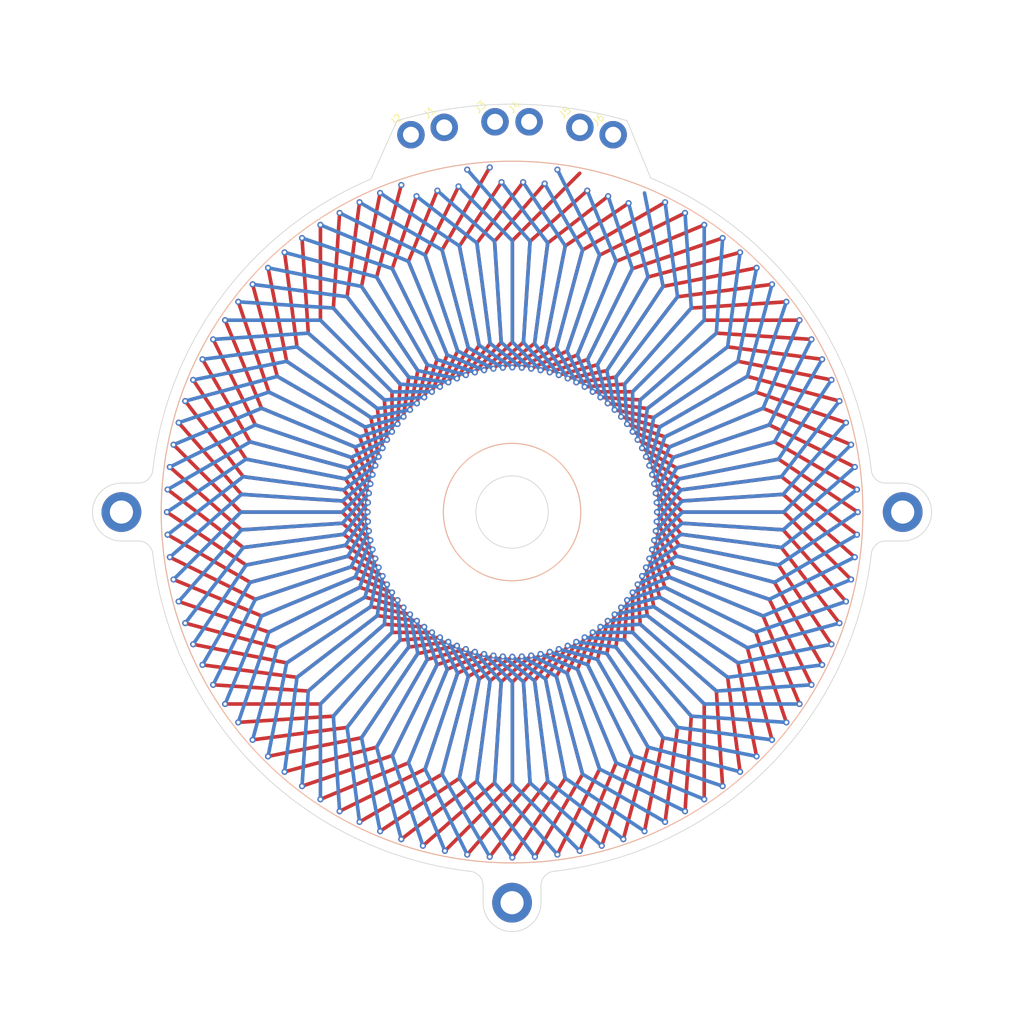
<source format=kicad_pcb>
(kicad_pcb (version 20221018) (generator pcbnew)
  (title_block (title "PCB Stator (radial winding)") (rev "1.0") (comment 1 "The radial winding stator of PCB AFPMSM"))
  (layers (0 "F.Cu" signal) (31 "B.Cu" signal) (34 "B.Paste" user) (35 "F.Paste" user) (36 "B.SilkS" user "B.Silkscreen") (37 "F.SilkS" user "F.Silkscreen") (38 "B.Mask" user) (39 "F.Mask" user) (44 "Edge.Cuts" user))
  (net 0 "")
  (net 4 "/A_Phase")
  (net 5 "/B_Phase")
  (net 6 "/C_Phase")
  (footprint "MountingHole:MountingHole_2.2mm_M2_ISO14580_Pad" (layer "F.Cu") (at 150.622999 31.820381 45)
    (fp_text reference "J1")
    (fp_text value "A+")
  )
  (footprint "MountingHole:MountingHole_2.2mm_M2_ISO14580_Pad" (layer "F.Cu") (at 173.976229 32.840005 45)
    (fp_text reference "J6")
    (fp_text value "C-")
  )
  (footprint "MountingHole:MountingHole_2.2mm_M2_ISO14580_Pad" (layer "F.Cu") (at 146.023771 32.840005 45)
    (fp_text reference "J2")
    (fp_text value "A-")
  )
  (footprint "MountingHole:MountingHole_2.2mm_M2_ISO14580_Pad" (layer "F.Cu") (at 169.377001 31.820381 45)
    (fp_text reference "J5")
    (fp_text value "C+")
  )
  (footprint "MountingHole:MountingHole_3.2mm_M3_ISO14580_Pad" (layer "F.Cu") (at 214 85)
    (fp_text reference "H7" hide)
    (fp_text value "MountingHole_Pad" hide)
  )
  (footprint "MountingHole:MountingHole_2.2mm_M2_ISO14580_Pad" (layer "F.Cu") (at 157.644553 31.051396 45)
    (fp_text reference "J3")
    (fp_text value "B+")
  )
  (footprint "MountingHole:MountingHole_3.2mm_M3_ISO14580_Pad" (layer "F.Cu") (at 160 139)
    (fp_text reference "H3" hide)
    (fp_text value "MountingHole_Pad" hide)
  )
  (footprint "MountingHole:MountingHole_2.2mm_M2_ISO14580_Pad" (layer "F.Cu") (at 162.355447 31.051396 45)
    (fp_text reference "J4")
    (fp_text value "B-")
  )
  (footprint "MountingHole:MountingHole_3.2mm_M3_ISO14580_Pad" (layer "F.Cu") (at 106 85)
    (fp_text reference "H2" hide)
    (fp_text value "MountingHole_Pad" hide)
  )
  (gr_circle (center 160 85) (end 169.5 85) (stroke (width 0.15)) (fill none) (layer "B.SilkS"))
  (gr_circle (center 160 85) (end 208.5 85) (stroke (width 0.15)) (fill none) (layer "B.SilkS"))
  (gr_circle locked (center 160 85) (end 169.5 85) (stroke (width 0.15)) (fill none) (layer "F.SilkS"))
  (gr_circle locked (center 160 85) (end 208.5 85) (stroke (width 0.15)) (fill none) (layer "F.SilkS"))
  (gr_arc locked (start 164.000001 136.65) (mid 164.50545 135.320971) (end 165.766319 134.6637) (stroke (width 0.1)) (layer "Edge.Cuts"))
  (gr_arc locked (start 108.35 89.000001) (mid 109.679029 89.50545) (end 110.3363 90.766319) (stroke (width 0.1)) (layer "Edge.Cuts"))
  (gr_circle locked (center 160 85) (end 165 85) (stroke (width 0.1)) (fill none) (layer "Edge.Cuts"))
  (gr_arc locked (start 164 139) (mid 160 143) (end 156 139) (stroke (width 0.1)) (layer "Edge.Cuts"))
  (gr_arc locked (start 214 81) (mid 218 85) (end 214 89) (stroke (width 0.1)) (layer "Edge.Cuts"))
  (gr_arc locked (start 179.164448 38.821461) (mid 199.907585 54.881598) (end 209.6637 79.233681) (stroke (width 0.1)) (layer "Edge.Cuts"))
  (gr_line locked (start 164 139) (end 164.000001 136.65) (stroke (width 0.1)) (layer "Edge.Cuts"))
  (gr_line locked (start 175.909903 30.906331) (end 179.162594 38.825927) (stroke (width 0.1)) (layer "Edge.Cuts"))
  (gr_arc locked (start 209.6637 90.766319) (mid 210.320972 89.505451) (end 211.65 89.000001) (stroke (width 0.1)) (layer "Edge.Cuts"))
  (gr_line locked (start 144.090097 30.906332) (end 140.483853 38.967349) (stroke (width 0.1)) (layer "Edge.Cuts"))
  (gr_line locked (start 156 139) (end 155.999999 136.65) (stroke (width 0.1)) (layer "Edge.Cuts"))
  (gr_arc locked (start 106 89) (mid 102 85) (end 106 81) (stroke (width 0.1)) (layer "Edge.Cuts"))
  (gr_arc locked (start 154.233681 134.6637) (mid 155.494549 135.320972) (end 155.999999 136.65) (stroke (width 0.1)) (layer "Edge.Cuts"))
  (gr_line locked (start 106 81) (end 108.35 80.999999) (stroke (width 0.1)) (layer "Edge.Cuts"))
  (gr_arc locked (start 211.65 80.999999) (mid 210.320971 80.49455) (end 209.6637 79.233681) (stroke (width 0.1)) (layer "Edge.Cuts"))
  (gr_line locked (start 214 81) (end 211.65 80.999999) (stroke (width 0.1)) (layer "Edge.Cuts"))
  (gr_line locked (start 106 89) (end 108.35 89.000001) (stroke (width 0.1)) (layer "Edge.Cuts"))
  (gr_arc locked (start 154.233681 134.6637) (mid 124.646545 120.353455) (end 110.3363 90.766319) (stroke (width 0.1)) (layer "Edge.Cuts"))
  (gr_line locked (start 214 89) (end 211.65 89.000001) (stroke (width 0.1)) (layer "Edge.Cuts"))
  (gr_arc locked (start 110.334796 79.233508) (mid 119.976811 55.032864) (end 140.483854 38.967349) (stroke (width 0.1)) (layer "Edge.Cuts"))
  (gr_arc locked (start 209.6637 90.766319) (mid 195.353455 120.353455) (end 165.766319 134.6637) (stroke (width 0.1)) (layer "Edge.Cuts"))
  (gr_arc locked (start 144.090097 30.906332) (mid 160 28.615162) (end 175.909903 30.906331) (stroke (width 0.1)) (layer "Edge.Cuts"))
  (gr_arc locked (start 110.3363 79.233681) (mid 109.679028 80.494549) (end 108.35 80.999999) (stroke (width 0.1)) (layer "Edge.Cuts"))
  (segment (start 128.841686 105.848014) (end 140.481782 98.070353) (width 0.5) (layer "F.Cu") (net 4))
  (segment (start 160.035877 47.487788) (end 160.035876 61.487209) (width 0.5) (layer "F.Cu") (net 4))
  (segment (start 136.160877 43.652009) (end 135.299244 56.797999) (width 0.5) (layer "F.Cu") (net 4))
  (segment (start 133.507399 45.302049) (end 133.507399 58.476245) (width 0.5) (layer "F.Cu") (net 4))
  (segment (start 202.86155 63.885439) (end 189.800061 62.165862) (width 0.5) (layer "F.Cu") (net 4))
  (segment (start 117.210204 106.124008) (end 130.271693 107.843585) (width 0.5) (layer "F.Cu") (net 4))
  (segment (start 197.23185 89.901667) (end 183.352195 88.074374) (width 0.5) (layer "F.Cu") (net 4))
  (segment (start 199.738551 58.476246) (end 186.564355 58.476246) (width 0.5) (layer "F.Cu") (net 4))
  (segment (start 143.406485 68.375331) (end 143.406485 73.893318) (width 0.5) (layer "F.Cu") (net 4))
  (segment (start 169.351439 38.172226) (end 160.035877 47.487788) (width 0.5) (layer "F.Cu") (net 4))
  (segment (start 184.77251 113.211448) (end 175.542049 102.686125) (width 0.5) (layer "F.Cu") (net 4))
  (segment (start 178.30901 129.119971) (end 180.879168 116.198914) (width 0.5) (layer "F.Cu") (net 4))
  (segment (start 201.388591 61.129723) (end 188.242601 60.26809) (width 0.5) (layer "F.Cu") (net 4))
  (segment (start 163.105528 61.688405) (end 158.727816 65.047544) (width 0.5) (layer "F.Cu") (net 4))
  (segment (start 183.910877 126.357438) (end 184.77251 113.211448) (width 0.5) (layer "F.Cu") (net 4))
  (segment (start 120.333203 111.533201) (end 133.507399 111.533201) (width 0.5) (layer "F.Cu") (net 4))
  (segment (start 131.829152 109.741356) (end 142.354475 100.510896) (width 0.5) (layer "F.Cu") (net 4))
  (segment (start 160.035876 61.487209) (end 156.134071 65.389016) (width 0.5) (layer "F.Cu") (net 4))
  (segment (start 167.355069 48.208665) (end 176.108424 42.300989) (width 0.5) (layer "F.Cu") (net 4))
  (segment (start 113.203379 75.689161) (end 122.518942 85.004723) (width 0.5) (layer "F.Cu") (net 4))
  (segment (start 183.553391 85.004723) (end 179.651585 81.102917) (width 0.5) (layer "F.Cu") (net 4))
  (segment (start 139.192586 53.810532) (end 146.970248 65.450628) (width 0.5) (layer "F.Cu") (net 4))
  (segment (start 136.568716 83.466604) (end 140.206979 87.615246) (width 0.5) (layer "F.Cu") (net 4))
  (segment (start 206.868375 94.320286) (end 197.552812 85.004724) (width 0.5) (layer "F.Cu") (net 4))
  (segment (start 206.158835 97.363333) (end 197.472485 87.458448) (width 0.5) (layer "F.Cu") (net 4))
  (segment (start 167.355069 48.208665) (end 164.623917 61.939093) (width 0.5) (layer "F.Cu") (net 4))
  (segment (start 191.230068 64.161432) (end 179.589972 71.939094) (width 0.5) (layer "F.Cu") (net 4))
  (segment (start 173.281054 41.341227) (end 164.93282 47.80875) (width 0.5) (layer "F.Cu") (net 4))
  (segment (start 152.716685 121.800781) (end 155.447837 108.070353) (width 0.5) (layer "F.Cu") (net 4))
  (segment (start 183.503038 86.542843) (end 179.864775 82.3942) (width 0.5) (layer "F.Cu") (net 4))
  (segment (start 122.839904 80.10778) (end 136.719559 81.935072) (width 0.5) (layer "F.Cu") (net 4))
  (segment (start 204.151124 66.731591) (end 191.230068 64.161432) (width 0.5) (layer "F.Cu") (net 4))
  (segment (start 162.489602 47.568116) (end 161.573996 61.537563) (width 0.5) (layer "F.Cu") (net 4))
  (segment (start 122.599269 82.550999) (end 136.568716 83.466604) (width 0.5) (layer "F.Cu") (net 4))
  (segment (start 122.518942 85.004723) (end 136.518363 85.004724) (width 0.5) (layer "F.Cu") (net 4))
  (segment (start 161.573996 61.537563) (end 157.425354 65.175825) (width 0.5) (layer "F.Cu") (net 4))
  (segment (start 144.529705 67.323321) (end 144.16881 72.829493) (width 0.5) (layer "F.Cu") (net 4))
  (segment (start 123.239819 77.685531) (end 136.970247 80.416683) (width 0.5) (layer "F.Cu") (net 4))
  (segment (start 183.352195 88.074374) (end 179.993056 83.696662) (width 0.5) (layer "F.Cu") (net 4))
  (segment (start 115.920629 66.73159) (end 123.239819 77.685531) (width 0.5) (layer "F.Cu") (net 4))
  (segment (start 197.552812 85.004724) (end 183.553391 85.004723) (width 0.5) (layer "F.Cu") (net 4))
  (segment (start 133.507399 111.533201) (end 143.406485 101.634116) (width 0.5) (layer "F.Cu") (net 4))
  (segment (start 182.874739 114.768908) (end 174.352432 103.66242) (width 0.5) (layer "F.Cu") (net 4))
  (segment (start 156.966226 108.321041) (end 161.343938 104.961903) (width 0.5) (layer "F.Cu") (net 4))
  (segment (start 118.683163 108.879723) (end 131.829152 109.741356) (width 0.5) (layer "F.Cu") (net 4))
  (segment (start 141.762744 129.119971) (end 152.716685 121.800781) (width 0.5) (layer "F.Cu") (net 4))
  (segment (start 160.035877 108.522237) (end 163.937683 104.620431) (width 0.5) (layer "F.Cu") (net 4))
  (segment (start 138.916593 42.17905) (end 137.197015 55.240539) (width 0.5) (layer "F.Cu") (net 4))
  (segment (start 130.271693 107.843585) (end 141.37818 99.321278) (width 0.5) (layer "F.Cu") (net 4))
  (segment (start 136.518363 85.004724) (end 140.420169 88.906529) (width 0.5) (layer "F.Cu") (net 4))
  (segment (start 186.564355 124.707397) (end 186.564355 111.533201) (width 0.5) (layer "F.Cu") (net 4))
  (segment (start 186.564355 111.533201) (end 176.665269 101.634116) (width 0.5) (layer "F.Cu") (net 4))
  (segment (start 177.717279 69.498551) (end 172.211107 69.137657) (width 0.5) (layer "F.Cu") (net 4))
  (segment (start 179.589972 71.939094) (end 174.178013 70.862589) (width 0.5) (layer "F.Cu") (net 4))
  (segment (start 143.406485 101.634116) (end 148.924472 101.634116) (width 0.5) (layer "F.Cu") (net 4))
  (segment (start 141.37818 99.321278) (end 146.84896 100.04152) (width 0.5) (layer "F.Cu") (net 4))
  (segment (start 136.719559 81.935072) (end 140.078697 86.312784) (width 0.5) (layer "F.Cu") (net 4))
  (segment (start 176.665269 101.634116) (end 176.665269 96.116129) (width 0.5) (layer "F.Cu") (net 4))
  (segment (start 188.242601 60.26809) (end 177.717279 69.498551) (width 0.5) (layer "F.Cu") (net 4))
  (segment (start 164.623917 61.939093) (end 160.035878 65.004723) (width 0.5) (layer "F.Cu") (net 4))
  (segment (start 114.819964 69.655989) (end 122.839904 80.10778) (width 0.5) (layer "F.Cu") (net 4))
  (segment (start 150.720315 131.837221) (end 160.035877 122.521659) (width 0.5) (layer "F.Cu") (net 4))
  (segment (start 175.542049 102.686125) (end 175.902944 97.179953) (width 0.5) (layer "F.Cu") (net 4))
  (segment (start 181.155161 127.830397) (end 182.874739 114.768908) (width 0.5) (layer "F.Cu") (net 4))
  (segment (start 183.101507 89.592763) (end 180.035877 85.004724) (width 0.5) (layer "F.Cu") (net 4))
  (segment (start 146.970248 65.450628) (end 145.893743 70.862587) (width 0.5) (layer "F.Cu") (net 4))
  (segment (start 155.447837 108.070353) (end 160.035876 105.004724) (width 0.5) (layer "F.Cu") (net 4))
  (segment (start 115.92063 103.277856) (end 128.841686 105.848014) (width 0.5) (layer "F.Cu") (net 4))
  (segment (start 133.507399 58.476245) (end 143.406485 68.375331) (width 0.5) (layer "F.Cu") (net 4))
  (segment (start 136.970247 80.416683) (end 140.035877 85.004722) (width 0.5) (layer "F.Cu") (net 4))
  (segment (start 144.687143 130.220637) (end 155.138934 122.200696) (width 0.5) (layer "F.Cu") (net 4))
  (segment (start 157.582152 122.441331) (end 158.497758 108.471884) (width 0.5) (layer "F.Cu") (net 4))
  (segment (start 147.677268 131.127681) (end 157.582152 122.441331) (width 0.5) (layer "F.Cu") (net 4))
  (segment (start 155.138934 122.200696) (end 156.966226 108.321041) (width 0.5) (layer "F.Cu") (net 4))
  (segment (start 189.800061 62.165862) (end 178.693574 70.688169) (width 0.5) (layer "F.Cu") (net 4))
  (segment (start 197.472485 87.458448) (end 183.503038 86.542843) (width 0.5) (layer "F.Cu") (net 4))
  (segment (start 158.497758 108.471884) (end 162.6464 104.833622) (width 0.5) (layer "F.Cu") (net 4))
  (segment (start 186.564355 58.476246) (end 176.665269 68.375331) (width 0.5) (layer "F.Cu") (net 4))
  (segment (start 174.352432 103.66242) (end 175.072673 98.19164) (width 0.5) (layer "F.Cu") (net 4))
  (segment (start 205.25179 100.353457) (end 197.23185 89.901667) (width 0.5) (layer "F.Cu") (net 4))
  (segment (start 142.354475 100.510896) (end 147.860647 100.87179) (width 0.5) (layer "F.Cu") (net 4))
  (segment (start 173.101506 104.558819) (end 174.178011 99.14686) (width 0.5) (layer "F.Cu") (net 4))
  (segment (start 145.719322 66.347027) (end 144.999081 71.817807) (width 0.5) (layer "F.Cu") (net 4))
  (segment (start 170.396966 40.568439) (end 162.489602 47.568116) (width 0.5) (layer "F.Cu") (net 4))
  (segment (start 196.831935 92.323915) (end 183.101507 89.592763) (width 0.5) (layer "F.Cu") (net 4))
  (segment (start 113.912919 72.646114) (end 122.599269 82.550999) (width 0.5) (layer "F.Cu") (net 4))
  (segment (start 204.151125 103.277857) (end 196.831935 92.323915) (width 0.5) (layer "F.Cu") (net 4))
  (segment (start 137.197015 55.240539) (end 145.719322 66.347027) (width 0.5) (layer "F.Cu") (net 4))
  (segment (start 180.879168 116.198914) (end 173.101506 104.558819) (width 0.5) (layer "F.Cu") (net 4))
  (segment (start 141.762744 40.889476) (end 139.192586 53.810532) (width 0.5) (layer "F.Cu") (net 4))
  (segment (start 176.665269 68.375331) (end 171.147282 68.375331) (width 0.5) (layer "F.Cu") (net 4))
  (segment (start 140.481782 98.070353) (end 145.893741 99.146858) (width 0.5) (layer "F.Cu") (net 4))
  (segment (start 160.035877 122.521659) (end 160.035877 108.522237) (width 0.5) (layer "F.Cu") (net 4))
  (segment (start 164.93282 47.80875) (end 163.105528 61.688405) (width 0.5) (layer "F.Cu") (net 4))
  (segment (start 178.693574 70.688169) (end 173.222794 69.967927) (width 0.5) (layer "F.Cu") (net 4))
  (segment (start 135.299244 56.797999) (end 144.529705 67.323321) (width 0.5) (layer "F.Cu") (net 4))
  (via locked (at 183.910877 126.357437) (size 0.85) (drill 0.45) (layers "F.Cu" "B.Cu") (net 4))
  (via locked (at 161.34394 104.961901) (size 0.85) (drill 0.45) (layers "F.Cu" "B.Cu") (net 4))
  (via locked (at 174.178013 70.862587) (size 0.85) (drill 0.45) (layers "F.Cu" "B.Cu") (net 4))
  (via locked (at 175.072673 98.191639) (size 0.85) (drill 0.45) (layers "F.Cu" "B.Cu") (net 4))
  (via locked (at 133.507399 45.302049) (size 0.85) (drill 0.45) (layers "F.Cu" "B.Cu") (net 4))
  (via locked (at 160.035877 65.004723) (size 0.85) (drill 0.45) (layers "F.Cu" "B.Cu") (net 4))
  (via locked (at 140.420171 88.90653) (size 0.85) (drill 0.45) (layers "F.Cu" "B.Cu") (net 4))
  (via locked (at 204.151125 103.277857) (size 0.85) (drill 0.45) (layers "F.Cu" "B.Cu") (net 4))
  (via locked (at 205.25179 100.353457) (size 0.85) (drill 0.45) (layers "F.Cu" "B.Cu") (net 4))
  (via (at 173.281054 41.341227) (size 0.85) (drill 0.45) (layers "F.Cu" "B.Cu") (net 4))
  (via locked (at 147.677268 131.127681) (size 0.85) (drill 0.45) (layers "F.Cu" "B.Cu") (net 4))
  (via locked (at 144.168811 72.829495) (size 0.85) (drill 0.45) (layers "F.Cu" "B.Cu") (net 4))
  (via locked (at 115.920629 66.73159) (size 0.85) (drill 0.45) (layers "F.Cu" "B.Cu") (net 4))
  (via locked (at 145.89374 70.862587) (size 0.85) (drill 0.45) (layers "F.Cu" "B.Cu") (net 4))
  (via locked (at 141.762743 40.889476) (size 0.85) (drill 0.45) (layers "F.Cu" "B.Cu") (net 4))
  (via locked (at 118.683164 108.879723) (size 0.85) (drill 0.45) (layers "F.Cu" "B.Cu") (net 4))
  (via locked (at 176.665269 96.116129) (size 0.85) (drill 0.45) (layers "F.Cu" "B.Cu") (net 4))
  (via (at 176.108424 42.300989) (size 0.85) (drill 0.45) (layers "F.Cu" "B.Cu") (net 4))
  (via locked (at 204.151125 66.73159) (size 0.85) (drill 0.45) (layers "F.Cu" "B.Cu") (net 4))
  (via locked (at 147.860648 100.871789) (size 0.85) (drill 0.45) (layers "F.Cu" "B.Cu") (net 4))
  (via locked (at 162.646401 104.833621) (size 0.85) (drill 0.45) (layers "F.Cu" "B.Cu") (net 4))
  (via locked (at 136.160877 43.65201) (size 0.85) (drill 0.45) (layers "F.Cu" "B.Cu") (net 4))
  (via locked (at 178.309011 129.119971) (size 0.85) (drill 0.45) (layers "F.Cu" "B.Cu") (net 4))
  (via locked (at 143.406485 73.893318) (size 0.85) (drill 0.45) (layers "F.Cu" "B.Cu") (net 4))
  (via locked (at 114.819964 69.655989) (size 0.85) (drill 0.45) (layers "F.Cu" "B.Cu") (net 4))
  (via locked (at 157.425353 65.175826) (size 0.85) (drill 0.45) (layers "F.Cu" "B.Cu") (net 4))
  (via locked (at 160.035877 105.004724) (size 0.85) (drill 0.45) (layers "F.Cu" "B.Cu") (net 4))
  (via locked (at 179.651583 81.102917) (size 0.85) (drill 0.45) (layers "F.Cu" "B.Cu") (net 4))
  (via locked (at 148.924472 101.634116) (size 0.85) (drill 0.45) (layers "F.Cu" "B.Cu") (net 4))
  (via locked (at 156.13407 65.389017) (size 0.85) (drill 0.45) (layers "F.Cu" "B.Cu") (net 4))
  (via locked (at 206.158835 97.363333) (size 0.85) (drill 0.45) (layers "F.Cu" "B.Cu") (net 4))
  (via locked (at 140.206979 87.615247) (size 0.85) (drill 0.45) (layers "F.Cu" "B.Cu") (net 4))
  (via locked (at 146.848962 100.041519) (size 0.85) (drill 0.45) (layers "F.Cu" "B.Cu") (net 4))
  (via locked (at 140.035876 85.004723) (size 0.85) (drill 0.45) (layers "F.Cu" "B.Cu") (net 4))
  (via locked (at 141.762744 129.119971) (size 0.85) (drill 0.45) (layers "F.Cu" "B.Cu") (net 4))
  (via locked (at 186.564355 124.707397) (size 0.85) (drill 0.45) (layers "F.Cu" "B.Cu") (net 4))
  (via locked (at 173.222792 69.967928) (size 0.85) (drill 0.45) (layers "F.Cu" "B.Cu") (net 4))
  (via locked (at 144.687143 130.220637) (size 0.85) (drill 0.45) (layers "F.Cu" "B.Cu") (net 4))
  (via locked (at 175.902943 97.179952) (size 0.85) (drill 0.45) (layers "F.Cu" "B.Cu") (net 4))
  (via locked (at 144.999081 71.817808) (size 0.85) (drill 0.45) (layers "F.Cu" "B.Cu") (net 4))
  (via locked (at 113.203379 75.689161) (size 0.85) (drill 0.45) (layers "F.Cu" "B.Cu") (net 4))
  (via (at 170.396966 40.568439) (size 0.85) (drill 0.45) (layers "F.Cu" "B.Cu") (net 4))
  (via locked (at 179.864775 82.394199) (size 0.85) (drill 0.45) (layers "F.Cu" "B.Cu") (net 4))
  (via locked (at 172.211106 69.137657) (size 0.85) (drill 0.45) (layers "F.Cu" "B.Cu") (net 4))
  (via locked (at 181.155162 127.830396) (size 0.85) (drill 0.45) (layers "F.Cu" "B.Cu") (net 4))
  (via locked (at 113.912919 72.646114) (size 0.85) (drill 0.45) (layers "F.Cu" "B.Cu") (net 4))
  (via locked (at 201.38859 61.129723) (size 0.85) (drill 0.45) (layers "F.Cu" "B.Cu") (net 4))
  (via locked (at 179.993055 83.69666) (size 0.85) (drill 0.45) (layers "F.Cu" "B.Cu") (net 4))
  (via locked (at 145.893741 99.14686) (size 0.85) (drill 0.45) (layers "F.Cu" "B.Cu") (net 4))
  (via locked (at 115.920629 103.277857) (size 0.85) (drill 0.45) (layers "F.Cu" "B.Cu") (net 4))
  (via locked (at 199.738551 58.476246) (size 0.85) (drill 0.45) (layers "F.Cu" "B.Cu") (net 4))
  (via locked (at 158.727814 65.047545) (size 0.85) (drill 0.45) (layers "F.Cu" "B.Cu") (net 4))
  (via locked (at 120.333203 111.533201) (size 0.85) (drill 0.45) (layers "F.Cu" "B.Cu") (net 4))
  (via locked (at 180.035877 85.004723) (size 0.85) (drill 0.45) (layers "F.Cu" "B.Cu") (net 4))
  (via locked (at 117.210204 106.124009) (size 0.85) (drill 0.45) (layers "F.Cu" "B.Cu") (net 4))
  (via locked (at 171.147282 68.375331) (size 0.85) (drill 0.45) (layers "F.Cu" "B.Cu") (net 4))
  (via locked (at 138.916591 42.179051) (size 0.85) (drill 0.45) (layers "F.Cu" "B.Cu") (net 4))
  (via locked (at 140.078699 86.312787) (size 0.85) (drill 0.45) (layers "F.Cu" "B.Cu") (net 4))
  (via locked (at 202.86155 63.885438) (size 0.85) (drill 0.45) (layers "F.Cu" "B.Cu") (net 4))
  (via locked (at 206.868375 94.320286) (size 0.85) (drill 0.45) (layers "F.Cu" "B.Cu") (net 4))
  (via locked (at 150.720315 131.837221) (size 0.85) (drill 0.45) (layers "F.Cu" "B.Cu") (net 4))
  (via locked (at 174.178013 99.146859) (size 0.85) (drill 0.45) (layers "F.Cu" "B.Cu") (net 4))
  (via locked (at 163.937684 104.620429) (size 0.85) (drill 0.45) (layers "F.Cu" "B.Cu") (net 4))
  (segment (start 136.160877 43.652009) (end 147.976453 49.478806) (width 0.5) (layer "B.Cu") (net 4))
  (segment (start 186.564355 124.707397) (end 174.392986 119.665852) (width 0.5) (layer "B.Cu") (net 4))
  (segment (start 152.47642 62.735281) (end 157.425352 65.175825) (width 0.5) (layer "B.Cu") (net 4))
  (segment (start 199.738551 58.476246) (end 194.697006 70.647614) (width 0.5) (layer "B.Cu") (net 4))
  (segment (start 145.678768 50.343595) (end 151.036114 63.277374) (width 0.5) (layer "B.Cu") (net 4))
  (segment (start 139.669114 73.245967) (end 144.999079 71.817807) (width 0.5) (layer "B.Cu") (net 4))
  (segment (start 167.595334 107.274166) (end 162.646402 104.833621) (width 0.5) (layer "B.Cu") (net 4))
  (segment (start 176.629193 51.356809) (end 170.437406 63.912509) (width 0.5) (layer "B.Cu") (net 4))
  (segment (start 166.122658 107.720897) (end 161.343941 104.961903) (width 0.5) (layer "B.Cu") (net 4))
  (segment (start 182.752051 78.917943) (end 179.993056 83.696659) (width 0.5) (layer "B.Cu") (net 4))
  (segment (start 120.333203 111.533201) (end 125.374748 99.361833) (width 0.5) (layer "B.Cu") (net 4))
  (segment (start 141.762744 129.119971) (end 139.192586 116.198914) (width 0.5) (layer "B.Cu") (net 4))
  (segment (start 196.831935 77.685531) (end 183.101507 80.416684) (width 0.5) (layer "B.Cu") (net 4))
  (segment (start 140.481781 71.939093) (end 145.89374 70.862588) (width 0.5) (layer "B.Cu") (net 4))
  (segment (start 205.25179 100.353457) (end 192.526494 103.76319) (width 0.5) (layer "B.Cu") (net 4))
  (segment (start 144.687143 130.220637) (end 141.27741 117.495341) (width 0.5) (layer "B.Cu") (net 4))
  (segment (start 113.203379 75.689161) (end 125.37475 70.647615) (width 0.5) (layer "B.Cu") (net 4))
  (segment (start 172.095301 120.53064) (end 167.595334 107.274166) (width 0.5) (layer "B.Cu") (net 4))
  (segment (start 183.910877 126.357438) (end 172.095301 120.53064) (width 0.5) (layer "B.Cu") (net 4))
  (segment (start 123.7973 94.71482) (end 137.319703 91.091504) (width 0.5) (layer "B.Cu") (net 4))
  (segment (start 193.683792 101.598039) (end 181.128091 95.406252) (width 0.5) (layer "B.Cu") (net 4))
  (segment (start 139.192586 116.198914) (end 146.970247 104.558819) (width 0.5) (layer "B.Cu") (net 4))
  (segment (start 170.396966 40.568439) (end 174.392985 50.343596) (width 0.5) (layer "B.Cu") (net 4))
  (segment (start 169.035639 63.277377) (end 171.14728 68.37533) (width 0.5) (layer "B.Cu") (net 4))
  (segment (start 117.210204 106.124008) (end 123.7973 94.71482) (width 0.5) (layer "B.Cu") (net 4))
  (segment (start 150.720315 131.837221) (end 145.678769 119.66585) (width 0.5) (layer "B.Cu") (net 4))
  (segment (start 145.678769 119.66585) (end 151.036115 106.73207) (width 0.5) (layer "B.Cu") (net 4))
  (segment (start 192.526494 103.76319) (end 180.40264 96.763479) (width 0.5) (layer "B.Cu") (net 4))
  (segment (start 115.92063 103.277856) (end 123.239819 92.323915) (width 0.5) (layer "B.Cu") (net 4))
  (segment (start 150.32578 48.766147) (end 153.949096 62.28855) (width 0.5) (layer "B.Cu") (net 4))
  (segment (start 124.50996 97.064147) (end 137.766435 92.564181) (width 0.5) (layer "B.Cu") (net 4))
  (segment (start 181.763226 76.004961) (end 179.651583 81.102916) (width 0.5) (layer "B.Cu") (net 4))
  (segment (start 202.86155 63.885439) (end 196.274453 75.294627) (width 0.5) (layer "B.Cu") (net 4))
  (segment (start 137.319703 91.091504) (end 140.078698 86.312787) (width 0.5) (layer "B.Cu") (net 4))
  (segment (start 147.976453 49.478806) (end 152.47642 62.735281) (width 0.5) (layer "B.Cu") (net 4))
  (segment (start 126.387962 68.411408) (end 138.943663 74.603194) (width 0.5) (layer "B.Cu") (net 4))
  (segment (start 146.970247 104.558819) (end 145.893742 99.14686) (width 0.5) (layer "B.Cu") (net 4))
  (segment (start 170.437406 63.912509) (end 172.211105 69.137656) (width 0.5) (layer "B.Cu") (net 4))
  (segment (start 178.794344 52.514106) (end 171.794633 64.637961) (width 0.5) (layer "B.Cu") (net 4))
  (segment (start 180.879168 53.810533) (end 173.101507 65.450628) (width 0.5) (layer "B.Cu") (net 4))
  (segment (start 136.970247 89.592763) (end 140.035876 85.004724) (width 0.5) (layer "B.Cu") (net 4))
  (segment (start 174.392985 50.343596) (end 169.035639 63.277377) (width 0.5) (layer "B.Cu") (net 4))
  (segment (start 191.230068 105.848014) (end 179.589973 98.070353) (width 0.5) (layer "B.Cu") (net 4))
  (segment (start 118.683163 108.879723) (end 124.50996 97.064147) (width 0.5) (layer "B.Cu") (net 4))
  (segment (start 178.30901 40.889476) (end 180.879168 53.810533) (width 0.5) (layer "B.Cu") (net 4))
  (segment (start 115.920629 66.73159) (end 128.841686 64.161433) (width 0.5) (layer "B.Cu") (net 4))
  (segment (start 181.128091 95.406252) (end 175.902944 97.179951) (width 0.5) (layer "B.Cu") (net 4))
  (segment (start 113.912919 72.646114) (end 126.387962 68.411408) (width 0.5) (layer "B.Cu") (net 4))
  (segment (start 125.374748 99.361833) (end 138.308528 94.004486) (width 0.5) (layer "B.Cu") (net 4))
  (segment (start 123.239819 92.323915) (end 136.970247 89.592763) (width 0.5) (layer "B.Cu") (net 4))
  (segment (start 171.794633 64.637961) (end 173.222793 69.967926) (width 0.5) (layer "B.Cu") (net 4))
  (segment (start 153.949096 62.28855) (end 158.727813 65.047544) (width 0.5) (layer "B.Cu") (net 4))
  (segment (start 183.101507 80.416684) (end 180.035878 85.004722) (width 0.5) (layer "B.Cu") (net 4))
  (segment (start 181.763224 94.004485) (end 176.66527 96.116127) (width 0.5) (layer "B.Cu") (net 4))
  (segment (start 128.841686 64.161433) (end 140.481781 71.939093) (width 0.5) (layer "B.Cu") (net 4))
  (segment (start 138.916593 42.17905) (end 150.32578 48.766147) (width 0.5) (layer "B.Cu") (net 4))
  (segment (start 169.745974 121.2433) (end 166.122658 107.720897) (width 0.5) (layer "B.Cu") (net 4))
  (segment (start 194.697004 99.361832) (end 181.763224 94.004485) (width 0.5) (layer "B.Cu") (net 4))
  (segment (start 141.762744 40.889476) (end 152.716685 48.208666) (width 0.5) (layer "B.Cu") (net 4))
  (segment (start 194.697006 70.647614) (end 181.763226 76.004961) (width 0.5) (layer "B.Cu") (net 4))
  (segment (start 138.943663 74.603194) (end 144.16881 72.829495) (width 0.5) (layer "B.Cu") (net 4))
  (segment (start 201.388591 61.129723) (end 195.561794 72.945299) (width 0.5) (layer "B.Cu") (net 4))
  (segment (start 196.274453 75.294627) (end 182.752051 78.917943) (width 0.5) (layer "B.Cu") (net 4))
  (segment (start 178.30901 129.119971) (end 167.355069 121.800781) (width 0.5) (layer "B.Cu") (net 4))
  (segment (start 181.155161 127.830397) (end 169.745974 121.2433) (width 0.5) (layer "B.Cu") (net 4))
  (segment (start 143.442561 118.652638) (end 149.634348 106.096937) (width 0.5) (layer "B.Cu") (net 4))
  (segment (start 167.355069 121.800781) (end 164.623916 108.070354) (width 0.5) (layer "B.Cu") (net 4))
  (segment (start 151.036115 106.73207) (end 148.924473 101.634116) (width 0.5) (layer "B.Cu") (net 4))
  (segment (start 206.868375 94.320286) (end 194.697004 99.361832) (width 0.5) (layer "B.Cu") (net 4))
  (segment (start 176.108424 42.300989) (end 178.794344 52.514106) (width 0.5) (layer "B.Cu") (net 4))
  (segment (start 147.677268 131.127681) (end 143.442561 118.652638) (width 0.5) (layer "B.Cu") (net 4))
  (segment (start 138.308528 94.004486) (end 140.420171 88.906531) (width 0.5) (layer "B.Cu") (net 4))
  (segment (start 173.101507 65.450628) (end 174.178012 70.862587) (width 0.5) (layer "B.Cu") (net 4))
  (segment (start 195.561794 72.945299) (end 182.305319 77.445266) (width 0.5) (layer "B.Cu") (net 4))
  (segment (start 125.37475 70.647615) (end 138.30853 76.004962) (width 0.5) (layer "B.Cu") (net 4))
  (segment (start 149.634348 106.096937) (end 147.860649 100.871791) (width 0.5) (layer "B.Cu") (net 4))
  (segment (start 169.03564 106.732073) (end 163.937685 104.620429) (width 0.5) (layer "B.Cu") (net 4))
  (segment (start 164.623916 108.070354) (end 160.035878 105.004724) (width 0.5) (layer "B.Cu") (net 4))
  (segment (start 206.158835 97.363333) (end 193.683792 101.598039) (width 0.5) (layer "B.Cu") (net 4))
  (segment (start 127.54526 66.246256) (end 139.669114 73.245967) (width 0.5) (layer "B.Cu") (net 4))
  (segment (start 138.30853 76.004962) (end 143.406484 73.89332) (width 0.5) (layer "B.Cu") (net 4))
  (segment (start 182.305319 77.445266) (end 179.864775 82.394198) (width 0.5) (layer "B.Cu") (net 4))
  (segment (start 204.151125 103.277857) (end 191.230068 105.848014) (width 0.5) (layer "B.Cu") (net 4))
  (segment (start 151.036114 63.277374) (end 156.134069 65.389017) (width 0.5) (layer "B.Cu") (net 4))
  (segment (start 141.27741 117.495341) (end 148.277121 105.371486) (width 0.5) (layer "B.Cu") (net 4))
  (segment (start 180.40264 96.763479) (end 175.072674 98.191639) (width 0.5) (layer "B.Cu") (net 4))
  (segment (start 155.447838 61.939093) (end 160.035876 65.004723) (width 0.5) (layer "B.Cu") (net 4))
  (segment (start 152.716685 48.208666) (end 155.447838 61.939093) (width 0.5) (layer "B.Cu") (net 4))
  (segment (start 173.281054 41.341227) (end 176.629193 51.356809) (width 0.5) (layer "B.Cu") (net 4))
  (segment (start 114.819964 69.655989) (end 127.54526 66.246256) (width 0.5) (layer "B.Cu") (net 4))
  (segment (start 133.507399 45.302049) (end 145.678768 50.343595) (width 0.5) (layer "B.Cu") (net 4))
  (segment (start 137.766435 92.564181) (end 140.206979 87.615248) (width 0.5) (layer "B.Cu") (net 4))
  (segment (start 174.392986 119.665852) (end 169.03564 106.732073) (width 0.5) (layer "B.Cu") (net 4))
  (segment (start 204.151124 66.731591) (end 196.831935 77.685531) (width 0.5) (layer "B.Cu") (net 4))
  (segment (start 148.277121 105.371486) (end 146.848961 100.041521) (width 0.5) (layer "B.Cu") (net 4))
  (segment (start 179.589973 98.070353) (end 174.178014 99.146858) (width 0.5) (layer "B.Cu") (net 4))
  (segment (start 144.529705 102.686125) (end 150.035876 102.325231) (width 0.5) (layer "F.Cu") (net 5))
  (segment (start 191.519639 49.104374) (end 178.794344 52.514106) (width 0.5) (layer "F.Cu") (net 5))
  (segment (start 112.285877 85.004723) (end 123.23982 92.323914) (width 0.5) (layer "F.Cu") (net 5))
  (segment (start 135.299243 113.211447) (end 144.529705 102.686125) (width 0.5) (layer "F.Cu") (net 5))
  (segment (start 112.388113 88.127723) (end 123.7973 94.71482) (width 0.5) (layer "F.Cu") (net 5))
  (segment (start 142.354476 69.498551) (end 142.71537 75.004722) (width 0.5) (layer "F.Cu") (net 5))
  (segment (start 156.912877 37.356959) (end 150.32578 48.766147) (width 0.5) (layer "F.Cu") (net 5))
  (segment (start 148.277121 105.371486) (end 153.607087 103.943326) (width 0.5) (layer "F.Cu") (net 5))
  (segment (start 153.803252 132.346215) (end 162.489601 122.441332) (width 0.5) (layer "F.Cu") (net 5))
  (segment (start 207.785877 85.004724) (end 196.831934 77.685532) (width 0.5) (layer "F.Cu") (net 5))
  (segment (start 155.138935 47.80875) (end 156.966225 61.688406) (width 0.5) (layer "F.Cu") (net 5))
  (segment (start 182.874739 55.240539) (end 174.352431 66.347027) (width 0.5) (layer "F.Cu") (net 5))
  (segment (start 197.23185 80.107781) (end 183.352195 81.935072) (width 0.5) (layer "F.Cu") (net 5))
  (segment (start 193.800227 51.240375) (end 180.879168 53.810533) (width 0.5) (layer "F.Cu") (net 5))
  (segment (start 193.800225 118.769073) (end 191.230068 105.848014) (width 0.5) (layer "F.Cu") (net 5))
  (segment (start 180.40264 96.763479) (end 178.97448 91.433513) (width 0.5) (layer "F.Cu") (net 5))
  (segment (start 145.719323 103.66242) (end 151.190103 102.942178) (width 0.5) (layer "F.Cu") (net 5))
  (segment (start 178.693574 99.321277) (end 177.973332 93.850498) (width 0.5) (layer "F.Cu") (net 5))
  (segment (start 177.717278 100.510896) (end 177.356384 95.004724) (width 0.5) (layer "F.Cu") (net 5))
  (segment (start 182.752051 78.917943) (end 177.973334 76.158949) (width 0.5) (layer "F.Cu") (net 5))
  (segment (start 123.23982 92.323914) (end 136.970246 89.592762) (width 0.5) (layer "F.Cu") (net 5))
  (segment (start 174.352431 66.347027) (end 168.881651 67.067268) (width 0.5) (layer "F.Cu") (net 5))
  (segment (start 166.122658 107.720897) (end 168.881651 102.94218) (width 0.5) (layer "F.Cu") (net 5))
  (segment (start 155.447838 61.939092) (end 152.382209 66.527132) (width 0.5) (layer "F.Cu") (net 5))
  (segment (start 140.481781 71.939093) (end 141.558286 77.351053) (width 0.5) (layer "F.Cu") (net 5))
  (segment (start 175.542049 67.323322) (end 170.035878 67.684216) (width 0.5) (layer "F.Cu") (net 5))
  (segment (start 189.800061 107.843585) (end 178.693574 99.321277) (width 0.5) (layer "F.Cu") (net 5))
  (segment (start 158.542964 39.400921) (end 152.721958 48.235171) (width 0.5) (layer "F.Cu") (net 5))
  (segment (start 128.552115 49.104372) (end 130.271692 62.165861) (width 0.5) (layer "F.Cu") (net 5))
  (segment (start 192.526494 103.76319) (end 180.40264 96.763479) (width 0.5) (layer "F.Cu") (net 5))
  (segment (start 191.230068 105.848014) (end 179.589973 98.070353) (width 0.5) (layer "F.Cu") (net 5))
  (segment (start 164.623916 108.070354) (end 167.689545 103.482315) (width 0.5) (layer "F.Cu") (net 5))
  (segment (start 124.135526 116.488485) (end 137.197015 114.768908) (width 0.5) (layer "F.Cu") (net 5))
  (segment (start 126.271527 118.769072) (end 139.192586 116.198914) (width 0.5) (layer "F.Cu") (net 5))
  (segment (start 191.519639 120.905074) (end 189.800061 107.843585) (width 0.5) (layer "F.Cu") (net 5))
  (segment (start 122.839904 89.901665) (end 136.719559 88.074375) (width 0.5) (layer "F.Cu") (net 5))
  (segment (start 150.32578 48.766147) (end 153.949096 62.28855) (width 0.5) (layer "F.Cu") (net 5))
  (segment (start 207.377369 91.237349) (end 197.472486 82.550999) (width 0.5) (layer "F.Cu") (net 5))
  (segment (start 156.912878 132.652487) (end 164.932819 122.200696) (width 0.5) (layer "F.Cu") (net 5))
  (segment (start 126.271528 51.240374) (end 128.841686 64.161433) (width 0.5) (layer "F.Cu") (net 5))
  (segment (start 173.101507 65.450628) (end 167.689547 66.527132) (width 0.5) (layer "F.Cu") (net 5))
  (segment (start 127.54526 66.246256) (end 139.669114 73.245967) (width 0.5) (layer "F.Cu") (net 5))
  (segment (start 157.582153 47.568114) (end 164.508226 39.596202) (width 0.5) (layer "F.Cu") (net 5))
  (segment (start 146.970247 104.558819) (end 152.382207 103.482314) (width 0.5) (layer "F.Cu") (net 5))
  (segment (start 141.37818 70.688169) (end 142.098422 76.158949) (width 0.5) (layer "F.Cu") (net 5))
  (segment (start 164.932819 122.200696) (end 163.105529 108.321041) (width 0.5) (layer "F.Cu") (net 5))
  (segment (start 122.599268 87.458448) (end 136.568717 86.542841) (width 0.5) (layer "F.Cu") (net 5))
  (segment (start 128.552115 120.905073) (end 141.27741 117.495341) (width 0.5) (layer "F.Cu") (net 5))
  (segment (start 153.949096 62.28855) (end 151.190103 67.067266) (width 0.5) (layer "F.Cu") (net 5))
  (segment (start 163.158877 132.652487) (end 169.745974 121.2433) (width 0.5) (layer "F.Cu") (net 5))
  (segment (start 207.68364 88.127723) (end 197.23185 80.107781) (width 0.5) (layer "F.Cu") (net 5))
  (segment (start 162.489601 122.441332) (end 161.573995 108.471884) (width 0.5) (layer "F.Cu") (net 5))
  (segment (start 196.274453 75.294627) (end 182.752051 78.917943) (width 0.5) (layer "F.Cu") (net 5))
  (segment (start 184.772511 56.797999) (end 175.542049 67.323322) (width 0.5) (layer "F.Cu") (net 5))
  (segment (start 167.355068 121.800781) (end 164.623916 108.070354) (width 0.5) (layer "F.Cu") (net 5))
  (segment (start 137.319703 91.091504) (end 142.09842 93.850497) (width 0.5) (layer "F.Cu") (net 5))
  (segment (start 183.503037 83.466605) (end 179.354394 79.828344) (width 0.5) (layer "F.Cu") (net 5))
  (segment (start 178.794344 52.514106) (end 171.794633 64.637961) (width 0.5) (layer "F.Cu") (net 5))
  (segment (start 124.135528 53.520961) (end 127.54526 66.246256) (width 0.5) (layer "F.Cu") (net 5))
  (segment (start 136.970246 89.592762) (end 141.558285 92.658391) (width 0.5) (layer "F.Cu") (net 5))
  (segment (start 171.794633 64.637961) (end 166.464667 66.06612) (width 0.5) (layer "F.Cu") (net 5))
  (segment (start 197.472486 82.550999) (end 183.503037 83.466605) (width 0.5) (layer "F.Cu") (net 5))
  (segment (start 152.721958 48.235171) (end 155.447838 61.939092) (width 0.5) (layer "F.Cu") (net 5))
  (segment (start 131.829153 60.26809) (end 142.354476 69.498551) (width 0.5) (layer "F.Cu") (net 5))
  (segment (start 189.104234 122.887345) (end 188.242601 109.741357) (width 0.5) (layer "F.Cu") (net 5))
  (segment (start 157.582153 47.568114) (end 158.497759 61.537563) (width 0.5) (layer "F.Cu") (net 5))
  (segment (start 180.879168 53.810533) (end 173.101507 65.450628) (width 0.5) (layer "F.Cu") (net 5))
  (segment (start 136.719559 88.074375) (end 141.097273 91.433512) (width 0.5) (layer "F.Cu") (net 5))
  (segment (start 128.841686 64.161433) (end 140.481781 71.939093) (width 0.5) (layer "F.Cu") (net 5))
  (segment (start 160.035877 132.754723) (end 167.355068 121.800781) (width 0.5) (layer "F.Cu") (net 5))
  (segment (start 179.589973 98.070353) (end 178.513468 92.658393) (width 0.5) (layer "F.Cu") (net 5))
  (segment (start 197.918498 55.936366) (end 184.772511 56.797999) (width 0.5) (layer "F.Cu") (net 5))
  (segment (start 112.388113 81.881724) (end 122.839904 89.901665) (width 0.5) (layer "F.Cu") (net 5))
  (segment (start 183.352195 81.935072) (end 178.974481 78.575935) (width 0.5) (layer "F.Cu") (net 5))
  (segment (start 183.101508 80.416684) (end 178.513469 77.351056) (width 0.5) (layer "F.Cu") (net 5))
  (segment (start 196.831934 77.685532) (end 183.101508 80.416684) (width 0.5) (layer "F.Cu") (net 5))
  (segment (start 188.242601 109.741357) (end 177.717278 100.510896) (width 0.5) (layer "F.Cu") (net 5))
  (segment (start 122.153255 114.073081) (end 135.299243 113.211447) (width 0.5) (layer "F.Cu") (net 5))
  (segment (start 152.716686 48.208666) (end 152.721958 48.235171) (width 0.5) (layer "F.Cu") (net 5))
  (segment (start 123.7973 94.71482) (end 137.319703 91.091504) (width 0.5) (layer "F.Cu") (net 5))
  (segment (start 161.573995 108.471884) (end 165.212257 104.32324) (width 0.5) (layer "F.Cu") (net 5))
  (segment (start 195.936226 116.488486) (end 192.526494 103.76319) (width 0.5) (layer "F.Cu") (net 5))
  (segment (start 163.105529 108.321041) (end 166.464665 103.943327) (width 0.5) (layer "F.Cu") (net 5))
  (segment (start 161.528791 39.40092) (end 155.138935 47.80875) (width 0.5) (layer "F.Cu") (net 5))
  (segment (start 207.683641 81.881723) (end 196.274453 75.294627) (width 0.5) (layer "F.Cu") (net 5))
  (segment (start 137.197015 114.768908) (end 145.719323 103.66242) (width 0.5) (layer "F.Cu") (net 5))
  (segment (start 130.271692 62.165861) (end 141.37818 70.688169) (width 0.5) (layer "F.Cu") (net 5))
  (segment (start 141.27741 117.495341) (end 148.277121 105.371486) (width 0.5) (layer "F.Cu") (net 5))
  (segment (start 169.745974 121.2433) (end 166.122658 107.720897) (width 0.5) (layer "F.Cu") (net 5))
  (segment (start 136.568717 86.542841) (end 140.71736 90.181103) (width 0.5) (layer "F.Cu") (net 5))
  (segment (start 139.669114 73.245967) (end 141.097274 78.575933) (width 0.5) (layer "F.Cu") (net 5))
  (segment (start 112.694385 78.772098) (end 122.599268 87.458448) (width 0.5) (layer "F.Cu") (net 5))
  (segment (start 158.497759 61.537563) (end 154.859497 65.686206) (width 0.5) (layer "F.Cu") (net 5))
  (segment (start 130.96752 47.122102) (end 131.829153 60.26809) (width 0.5) (layer "F.Cu") (net 5))
  (segment (start 195.936228 53.520962) (end 182.874739 55.240539) (width 0.5) (layer "F.Cu") (net 5))
  (segment (start 156.966225 61.688406) (end 153.607089 66.066119) (width 0.5) (layer "F.Cu") (net 5))
  (segment (start 139.192586 116.198914) (end 146.970247 104.558819) (width 0.5) (layer "F.Cu") (net 5))
  (via locked (at 126.271528 51.240375) (size 0.85) (drill 0.45) (layers "F.Cu" "B.Cu") (net 5))
  (via locked (at 140.71736 90.181104) (size 0.85) (drill 0.45) (layers "F.Cu" "B.Cu") (net 5))
  (via locked (at 179.354394 79.828343) (size 0.85) (drill 0.45) (layers "F.Cu" "B.Cu") (net 5))
  (via locked (at 166.464666 66.06612) (size 0.85) (drill 0.45) (layers "F.Cu" "B.Cu") (net 5))
  (via locked (at 141.558286 77.351054) (size 0.85) (drill 0.45) (layers "F.Cu" "B.Cu") (net 5))
  (via locked (at 177.356385 95.004724) (size 0.85) (drill 0.45) (layers "F.Cu" "B.Cu") (net 5))
  (via locked (at 112.388113 81.881724) (size 0.85) (drill 0.45) (layers "F.Cu" "B.Cu") (net 5))
  (via locked (at 207.785877 85.004724) (size 0.85) (drill 0.45) (layers "F.Cu" "B.Cu") (net 5))
  (via locked (at 207.683641 81.881723) (size 0.85) (drill 0.45) (layers "F.Cu" "B.Cu") (net 5))
  (via locked (at 178.97448 78.575935) (size 0.85) (drill 0.45) (layers "F.Cu" "B.Cu") (net 5))
  (via locked (at 150.035877 102.325232) (size 0.85) (drill 0.45) (layers "F.Cu" "B.Cu") (net 5))
  (via locked (at 153.607088 103.943327) (size 0.85) (drill 0.45) (layers "F.Cu" "B.Cu") (net 5))
  (via locked (at 178.513468 77.351054) (size 0.85) (drill 0.45) (layers "F.Cu" "B.Cu") (net 5))
  (via locked (at 160.035877 132.754723) (size 0.85) (drill 0.45) (layers "F.Cu" "B.Cu") (net 5))
  (via locked (at 124.135527 53.520961) (size 0.85) (drill 0.45) (layers "F.Cu" "B.Cu") (net 5))
  (via locked (at 141.558286 92.658392) (size 0.85) (drill 0.45) (layers "F.Cu" "B.Cu") (net 5))
  (via locked (at 170.035877 67.684215) (size 0.85) (drill 0.45) (layers "F.Cu" "B.Cu") (net 5))
  (via locked (at 156.912877 37.356959) (size 0.85) (drill 0.45) (layers "F.Cu" "B.Cu") (net 5))
  (via locked (at 151.190103 102.942178) (size 0.85) (drill 0.45) (layers "F.Cu" "B.Cu") (net 5))
  (via locked (at 151.190102 67.067268) (size 0.85) (drill 0.45) (layers "F.Cu" "B.Cu") (net 5))
  (via locked (at 191.51964 49.104373) (size 0.85) (drill 0.45) (layers "F.Cu" "B.Cu") (net 5))
  (via locked (at 189.104234 122.887345) (size 0.85) (drill 0.45) (layers "F.Cu" "B.Cu") (net 5))
  (via (at 161.528791 39.40092) (size 0.85) (drill 0.45) (layers "F.Cu" "B.Cu") (net 5))
  (via locked (at 195.936227 116.488486) (size 0.85) (drill 0.45) (layers "F.Cu" "B.Cu") (net 5))
  (via locked (at 152.382208 66.527132) (size 0.85) (drill 0.45) (layers "F.Cu" "B.Cu") (net 5))
  (via locked (at 153.803252 132.346215) (size 0.85) (drill 0.45) (layers "F.Cu" "B.Cu") (net 5))
  (via locked (at 168.881651 102.942178) (size 0.85) (drill 0.45) (layers "F.Cu" "B.Cu") (net 5))
  (via locked (at 197.918498 55.936366) (size 0.85) (drill 0.45) (layers "F.Cu" "B.Cu") (net 5))
  (via locked (at 193.800226 51.240375) (size 0.85) (drill 0.45) (layers "F.Cu" "B.Cu") (net 5))
  (via locked (at 130.96752 47.122102) (size 0.85) (drill 0.45) (layers "F.Cu" "B.Cu") (net 5))
  (via locked (at 177.973332 93.850498) (size 0.85) (drill 0.45) (layers "F.Cu" "B.Cu") (net 5))
  (via locked (at 207.683641 88.127723) (size 0.85) (drill 0.45) (layers "F.Cu" "B.Cu") (net 5))
  (via (at 158.542964 39.400921) (size 0.85) (drill 0.45) (layers "F.Cu" "B.Cu") (net 5))
  (via locked (at 142.098422 76.158949) (size 0.85) (drill 0.45) (layers "F.Cu" "B.Cu") (net 5))
  (via locked (at 166.464665 103.943326) (size 0.85) (drill 0.45) (layers "F.Cu" "B.Cu") (net 5))
  (via locked (at 193.800226 118.769072) (size 0.85) (drill 0.45) (layers "F.Cu" "B.Cu") (net 5))
  (via locked (at 156.912877 132.652488) (size 0.85) (drill 0.45) (layers "F.Cu" "B.Cu") (net 5))
  (via locked (at 128.552114 49.104373) (size 0.85) (drill 0.45) (layers "F.Cu" "B.Cu") (net 5))
  (via locked (at 112.388113 88.127723) (size 0.85) (drill 0.45) (layers "F.Cu" "B.Cu") (net 5))
  (via locked (at 165.212258 104.323241) (size 0.85) (drill 0.45) (layers "F.Cu" "B.Cu") (net 5))
  (via locked (at 195.936227 53.52096) (size 0.85) (drill 0.45) (layers "F.Cu" "B.Cu") (net 5))
  (via locked (at 141.097274 78.575934) (size 0.85) (drill 0.45) (layers "F.Cu" "B.Cu") (net 5))
  (via locked (at 124.135527 116.488486) (size 0.85) (drill 0.45) (layers "F.Cu" "B.Cu") (net 5))
  (via locked (at 142.098422 93.850498) (size 0.85) (drill 0.45) (layers "F.Cu" "B.Cu") (net 5))
  (via locked (at 168.881651 67.067268) (size 0.85) (drill 0.45) (layers "F.Cu" "B.Cu") (net 5))
  (via locked (at 177.973332 76.158949) (size 0.85) (drill 0.45) (layers "F.Cu" "B.Cu") (net 5))
  (via locked (at 128.552114 120.905074) (size 0.85) (drill 0.45) (layers "F.Cu" "B.Cu") (net 5))
  (via locked (at 166.268502 37.663231) (size 0.85) (drill 0.45) (layers "F.Cu" "B.Cu") (net 5))
  (via locked (at 141.097274 91.433512) (size 0.85) (drill 0.45) (layers "F.Cu" "B.Cu") (net 5))
  (via locked (at 178.513468 92.658392) (size 0.85) (drill 0.45) (layers "F.Cu" "B.Cu") (net 5))
  (via locked (at 112.285877 85.004723) (size 0.85) (drill 0.45) (layers "F.Cu" "B.Cu") (net 5))
  (via locked (at 153.607089 66.06612) (size 0.85) (drill 0.45) (layers "F.Cu" "B.Cu") (net 5))
  (via locked (at 167.689546 103.482314) (size 0.85) (drill 0.45) (layers "F.Cu" "B.Cu") (net 5))
  (via locked (at 142.715368 75.004723) (size 0.85) (drill 0.45) (layers "F.Cu" "B.Cu") (net 5))
  (via locked (at 207.377369 91.237349) (size 0.85) (drill 0.45) (layers "F.Cu" "B.Cu") (net 5))
  (via locked (at 163.158877 132.652487) (size 0.85) (drill 0.45) (layers "F.Cu" "B.Cu") (net 5))
  (via (at 164.508226 39.596202) (size 0.85) (drill 0.45) (layers "F.Cu" "B.Cu") (net 5))
  (via locked (at 126.271528 118.769072) (size 0.85) (drill 0.45) (layers "F.Cu" "B.Cu") (net 5))
  (via locked (at 152.382208 103.482315) (size 0.85) (drill 0.45) (layers "F.Cu" "B.Cu") (net 5))
  (via locked (at 154.859496 65.686206) (size 0.85) (drill 0.45) (layers "F.Cu" "B.Cu") (net 5))
  (via locked (at 112.694385 78.772098) (size 0.85) (drill 0.45) (layers "F.Cu" "B.Cu") (net 5))
  (via locked (at 122.153255 114.073081) (size 0.85) (drill 0.45) (layers "F.Cu" "B.Cu") (net 5))
  (via locked (at 167.689546 66.527132) (size 0.85) (drill 0.45) (layers "F.Cu" "B.Cu") (net 5))
  (via locked (at 191.51964 120.905073) (size 0.85) (drill 0.45) (layers "F.Cu" "B.Cu") (net 5))
  (via locked (at 178.97448 91.433512) (size 0.85) (drill 0.45) (layers "F.Cu" "B.Cu") (net 5))
  (segment (start 183.352192 88.074374) (end 178.97448 91.433511) (width 0.5) (layer "B.Cu") (net 5))
  (segment (start 152.716687 121.80078) (end 155.447838 108.070352) (width 0.5) (layer "B.Cu") (net 5))
  (segment (start 167.595334 62.735283) (end 170.035876 67.684215) (width 0.5) (layer "B.Cu") (net 5))
  (segment (start 136.970249 80.416685) (end 141.558286 77.351056) (width 0.5) (layer "B.Cu") (net 5))
  (segment (start 180.402641 73.245967) (end 178.97448 78.575933) (width 0.5) (layer "B.Cu") (net 5))
  (segment (start 122.153255 114.073081) (end 126.387961 101.59804) (width 0.5) (layer "B.Cu") (net 5))
  (segment (start 153.949097 107.720896) (end 151.190104 102.942179) (width 0.5) (layer "B.Cu") (net 5))
  (segment (start 124.509962 72.945301) (end 137.766437 77.445267) (width 0.5) (layer "B.Cu") (net 5))
  (segment (start 137.197014 55.240537) (end 145.719322 66.347025) (width 0.5) (layer "B.Cu") (net 5))
  (segment (start 161.528791 39.40092) (end 167.355067 48.208667) (width 0.5) (layer "B.Cu") (net 5))
  (segment (start 141.378178 99.321278) (end 142.098422 93.850498) (width 0.5) (layer "B.Cu") (net 5))
  (segment (start 171.794634 105.371487) (end 166.464668 103.943326) (width 0.5) (layer "B.Cu") (net 5))
  (segment (start 180.87917 116.198915) (end 173.101508 104.558821) (width 0.5) (layer "B.Cu") (net 5))
  (segment (start 146.970246 65.450626) (end 152.382207 66.527132) (width 0.5) (layer "B.Cu") (net 5))
  (segment (start 164.508226 39.596202) (end 169.745974 48.766148) (width 0.5) (layer "B.Cu") (net 5))
  (segment (start 182.752049 91.091503) (end 177.973333 93.850496) (width 0.5) (layer "B.Cu") (net 5))
  (segment (start 124.135526 116.488485) (end 127.545258 103.763191) (width 0.5) (layer "B.Cu") (net 5))
  (segment (start 173.101508 104.558821) (end 167.689547 103.482314) (width 0.5) (layer "B.Cu") (net 5))
  (segment (start 160.035877 132.754723) (end 152.716687 121.80078) (width 0.5) (layer "B.Cu") (net 5))
  (segment (start 127.545258 103.763191) (end 139.669113 96.76348) (width 0.5) (layer "B.Cu") (net 5))
  (segment (start 183.101505 89.592762) (end 178.513468 92.658391) (width 0.5) (layer "B.Cu") (net 5))
  (segment (start 179.589975 71.939093) (end 178.513468 77.351053) (width 0.5) (layer "B.Cu") (net 5))
  (segment (start 193.683793 68.411406) (end 181.128092 74.603192) (width 0.5) (layer "B.Cu") (net 5))
  (segment (start 130.96752 47.122102) (end 143.44256 51.356807) (width 0.5) (layer "B.Cu") (net 5))
  (segment (start 164.932819 47.808753) (end 163.105528 61.688408) (width 0.5) (layer "B.Cu") (net 5))
  (segment (start 166.268502 37.663231) (end 172.095299 49.478808) (width 0.5) (layer "B.Cu") (net 5))
  (segment (start 126.271527 118.769072) (end 128.841685 105.848016) (width 0.5) (layer "B.Cu") (net 5))
  (segment (start 195.936228 53.520962) (end 192.526496 66.246256) (width 0.5) (layer "B.Cu") (net 5))
  (segment (start 138.943662 95.406255) (end 140.71736 90.181105) (width 0.5) (layer "B.Cu") (net 5))
  (segment (start 123.23982 77.685534) (end 136.970249 80.416685) (width 0.5) (layer "B.Cu") (net 5))
  (segment (start 156.912878 132.652487) (end 150.32578 121.243299) (width 0.5) (layer "B.Cu") (net 5))
  (segment (start 155.447838 108.070352) (end 152.382209 103.482314) (width 0.5) (layer "B.Cu") (net 5))
  (segment (start 137.319705 78.917943) (end 142.098421 76.158951) (width 0.5) (layer "B.Cu") (net 5))
  (segment (start 195.936226 116.488486) (end 182.87474 114.768909) (width 0.5) (layer "B.Cu") (net 5))
  (segment (start 143.44256 51.356807) (end 149.634345 63.912508) (width 0.5) (layer "B.Cu") (net 5))
  (segment (start 139.669113 96.76348) (end 141.097274 91.433514) (width 0.5) (layer "B.Cu") (net 5))
  (segment (start 169.745974 48.766148) (end 166.122657 62.288551) (width 0.5) (layer "B.Cu") (net 5))
  (segment (start 207.68364 88.127723) (end 196.274452 94.71482) (width 0.5) (layer "B.Cu") (net 5))
  (segment (start 112.388113 88.127723) (end 122.839907 80.107782) (width 0.5) (layer "B.Cu") (net 5))
  (segment (start 207.683641 81.881723) (end 197.231847 89.901665) (width 0.5) (layer "B.Cu") (net 5))
  (segment (start 124.135528 53.520961) (end 137.197014 55.240537) (width 0.5) (layer "B.Cu") (net 5))
  (segment (start 112.388113 81.881724) (end 123.797302 75.294626) (width 0.5) (layer "B.Cu") (net 5))
  (segment (start 164.623916 61.939095) (end 167.689545 66.527133) (width 0.5) (layer "B.Cu") (net 5))
  (segment (start 153.803252 132.346215) (end 147.976455 120.530638) (width 0.5) (layer "B.Cu") (net 5))
  (segment (start 149.634345 63.912508) (end 154.859495 65.686207) (width 0.5) (layer "B.Cu") (net 5))
  (segment (start 197.918498 55.936366) (end 193.683793 68.411406) (width 0.5) (layer "B.Cu") (net 5))
  (segment (start 139.192584 53.810532) (end 146.970246 65.450626) (width 0.5) (layer "B.Cu") (net 5))
  (segment (start 196.274452 94.71482) (end 182.752049 91.091503) (width 0.5) (layer "B.Cu") (net 5))
  (segment (start 196.831934 92.323913) (end 183.101505 89.592762) (width 0.5) (layer "B.Cu") (net 5))
  (segment (start 207.785877 85.004724) (end 196.831934 92.323913) (width 0.5) (layer "B.Cu") (net 5))
  (segment (start 191.230069 64.16143) (end 179.589975 71.939093) (width 0.5) (layer "B.Cu") (net 5))
  (segment (start 152.47642 107.274164) (end 150.035878 102.325232) (width 0.5) (layer "B.Cu") (net 5))
  (segment (start 167.355067 48.208667) (end 164.623916 61.939095) (width 0.5) (layer "B.Cu") (net 5))
  (segment (start 189.104234 122.887345) (end 176.629194 118.65264) (width 0.5) (layer "B.Cu") (net 5))
  (segment (start 166.122657 62.288551) (end 168.881649 67.067268) (width 0.5) (layer "B.Cu") (net 5))
  (segment (start 181.128092 74.603192) (end 179.354394 79.828341) (width 0.5) (layer "B.Cu") (net 5))
  (segment (start 112.694385 78.772098) (end 124.509962 72.945301) (width 0.5) (layer "B.Cu") (net 5))
  (segment (start 176.629194 118.65264) (end 170.437409 106.096939) (width 0.5) (layer "B.Cu") (net 5))
  (segment (start 145.719322 66.347025) (end 151.190102 67.067268) (width 0.5) (layer "B.Cu") (net 5))
  (segment (start 130.271691 107.843587) (end 141.378178 99.321278) (width 0.5) (layer "B.Cu") (net 5))
  (segment (start 136.719562 81.935072) (end 141.097274 78.575936) (width 0.5) (layer "B.Cu") (net 5))
  (segment (start 150.32578 121.243299) (end 153.949097 107.720896) (width 0.5) (layer "B.Cu") (net 5))
  (segment (start 156.966226 108.321038) (end 153.607089 103.943326) (width 0.5) (layer "B.Cu") (net 5))
  (segment (start 189.800063 62.16586) (end 178.693576 70.688168) (width 0.5) (layer "B.Cu") (net 5))
  (segment (start 137.766437 77.445267) (end 142.715368 75.004724) (width 0.5) (layer "B.Cu") (net 5))
  (segment (start 128.841685 105.848016) (end 140.481779 98.070354) (width 0.5) (layer "B.Cu") (net 5))
  (segment (start 174.352432 103.662422) (end 168.881651 102.942178) (width 0.5) (layer "B.Cu") (net 5))
  (segment (start 191.519639 120.905074) (end 178.794344 117.495342) (width 0.5) (layer "B.Cu") (net 5))
  (segment (start 147.976455 120.530638) (end 152.47642 107.274164) (width 0.5) (layer "B.Cu") (net 5))
  (segment (start 128.552115 120.905073) (end 130.271691 107.843587) (width 0.5) (layer "B.Cu") (net 5))
  (segment (start 128.552115 49.104372) (end 141.27741 52.514105) (width 0.5) (layer "B.Cu") (net 5))
  (segment (start 155.138935 122.200693) (end 156.966226 108.321038) (width 0.5) (layer "B.Cu") (net 5))
  (segment (start 112.285877 85.004723) (end 123.23982 77.685534) (width 0.5) (layer "B.Cu") (net 5))
  (segment (start 197.231847 89.901665) (end 183.352192 88.074374) (width 0.5) (layer "B.Cu") (net 5))
  (segment (start 191.519639 49.104374) (end 189.800063 62.16586) (width 0.5) (layer "B.Cu") (net 5))
  (segment (start 195.561792 97.064146) (end 182.305317 92.56418) (width 0.5) (layer "B.Cu") (net 5))
  (segment (start 123.797302 75.294626) (end 137.319705 78.917943) (width 0.5) (layer "B.Cu") (net 5))
  (segment (start 163.105528 61.688408) (end 166.464665 66.066121) (width 0.5) (layer "B.Cu") (net 5))
  (segment (start 193.800227 51.240375) (end 191.230069 64.16143) (width 0.5) (layer "B.Cu") (net 5))
  (segment (start 193.800225 118.769073) (end 180.87917 116.198915) (width 0.5) (layer "B.Cu") (net 5))
  (segment (start 122.839907 80.107782) (end 136.719562 81.935072) (width 0.5) (layer "B.Cu") (net 5))
  (segment (start 148.27712 64.63796) (end 153.607086 66.066121) (width 0.5) (layer "B.Cu") (net 5))
  (segment (start 141.27741 52.514105) (end 148.27712 64.63796) (width 0.5) (layer "B.Cu") (net 5))
  (segment (start 182.87474 114.768909) (end 174.352432 103.662422) (width 0.5) (layer "B.Cu") (net 5))
  (segment (start 140.481779 98.070354) (end 141.558286 92.658393) (width 0.5) (layer "B.Cu") (net 5))
  (segment (start 172.095299 49.478808) (end 167.595334 62.735283) (width 0.5) (layer "B.Cu") (net 5))
  (segment (start 182.305317 92.56418) (end 177.356386 95.004723) (width 0.5) (layer "B.Cu") (net 5))
  (segment (start 163.158877 132.652487) (end 155.138935 122.200693) (width 0.5) (layer "B.Cu") (net 5))
  (segment (start 178.794344 117.495342) (end 171.794634 105.371487) (width 0.5) (layer "B.Cu") (net 5))
  (segment (start 158.542964 39.400921) (end 164.932819 47.808753) (width 0.5) (layer "B.Cu") (net 5))
  (segment (start 207.377369 91.237349) (end 195.561792 97.064146) (width 0.5) (layer "B.Cu") (net 5))
  (segment (start 178.693576 70.688168) (end 177.973332 76.158949) (width 0.5) (layer "B.Cu") (net 5))
  (segment (start 170.437409 106.096939) (end 165.212259 104.32324) (width 0.5) (layer "B.Cu") (net 5))
  (segment (start 192.526496 66.246256) (end 180.402641 73.245967) (width 0.5) (layer "B.Cu") (net 5))
  (segment (start 126.271528 51.240374) (end 139.192584 53.810532) (width 0.5) (layer "B.Cu") (net 5))
  (segment (start 126.387961 101.59804) (end 138.943662 95.406255) (width 0.5) (layer "B.Cu") (net 5))
  (segment (start 170.437407 106.096939) (end 172.211105 100.871792) (width 0.5) (layer "F.Cu") (net 6))
  (segment (start 137.766435 92.56418) (end 142.715368 95.004722) (width 0.5) (layer "F.Cu") (net 6))
  (segment (start 181.128093 74.603193) (end 175.902945 72.829495) (width 0.5) (layer "F.Cu") (net 6))
  (segment (start 192.526496 66.246256) (end 180.402641 73.245967) (width 0.5) (layer "F.Cu") (net 6))
  (segment (start 181.155162 42.179051) (end 169.745974 48.766148) (width 0.5) (layer "F.Cu") (net 6))
  (segment (start 114.819963 100.353458) (end 127.545258 103.763191) (width 0.5) (layer "F.Cu") (net 6))
  (segment (start 138.308528 94.004485) (end 143.406483 96.116127) (width 0.5) (layer "F.Cu") (net 6))
  (segment (start 113.912919 97.363333) (end 126.387961 101.598039) (width 0.5) (layer "F.Cu") (net 6))
  (segment (start 181.763225 94.004485) (end 179.651583 88.906531) (width 0.5) (layer "F.Cu") (net 6))
  (segment (start 122.153256 55.936365) (end 126.387962 68.411408) (width 0.5) (layer "F.Cu") (net 6))
  (segment (start 194.697006 70.647614) (end 181.763226 76.004962) (width 0.5) (layer "F.Cu") (net 6))
  (segment (start 147.976454 49.478807) (end 152.47642 62.735281) (width 0.5) (layer "F.Cu") (net 6))
  (segment (start 123.797302 75.294626) (end 137.319705 78.917943) (width 0.5) (layer "F.Cu") (net 6))
  (segment (start 197.918498 114.073081) (end 193.683792 101.598039) (width 0.5) (layer "F.Cu") (net 6))
  (segment (start 125.37475 70.647614) (end 138.308529 76.004961) (width 0.5) (layer "F.Cu") (net 6))
  (segment (start 151.036115 63.277374) (end 148.924473 68.375329) (width 0.5) (layer "F.Cu") (net 6))
  (segment (start 145.678768 119.66585) (end 151.036115 106.732071) (width 0.5) (layer "F.Cu") (net 6))
  (segment (start 127.545258 103.763191) (end 139.669113 96.76348) (width 0.5) (layer "F.Cu") (net 6))
  (segment (start 147.976454 49.478807) (end 152.603244 39.985931) (width 0.5) (layer "F.Cu") (net 6))
  (segment (start 138.943661 95.406254) (end 144.168809 97.179952) (width 0.5) (layer "F.Cu") (net 6))
  (segment (start 120.333204 58.476244) (end 125.37475 70.647614) (width 0.5) (layer "F.Cu") (net 6))
  (segment (start 143.442561 51.356807) (end 149.634347 63.912507) (width 0.5) (layer "F.Cu") (net 6))
  (segment (start 206.868374 75.68916) (end 194.697006 70.647614) (width 0.5) (layer "F.Cu") (net 6))
  (segment (start 207.377369 78.772096) (end 195.561794 72.9453) (width 0.5) (layer "F.Cu") (net 6))
  (segment (start 172.0953 120.53064) (end 167.595333 107.274165) (width 0.5) (layer "F.Cu") (net 6))
  (segment (start 126.387961 101.598039) (end 138.943661 95.406254) (width 0.5) (layer "F.Cu") (net 6))
  (segment (start 176.629193 118.652639) (end 170.437407 106.096939) (width 0.5) (layer "F.Cu") (net 6))
  (segment (start 201.388589 108.879724) (end 195.561792 97.064146) (width 0.5) (layer "F.Cu") (net 6))
  (segment (start 202.861549 106.124008) (end 196.274452 94.71482) (width 0.5) (layer "F.Cu") (net 6))
  (segment (start 169.035639 63.277376) (end 163.937685 65.389018) (width 0.5) (layer "F.Cu") (net 6))
  (segment (start 149.634348 106.096939) (end 154.859495 104.32324) (width 0.5) (layer "F.Cu") (net 6))
  (segment (start 182.752049 91.091503) (end 179.993056 86.312788) (width 0.5) (layer "F.Cu") (net 6))
  (segment (start 182.305319 77.445267) (end 177.356386 75.004724) (width 0.5) (layer "F.Cu") (net 6))
  (segment (start 137.319705 78.917943) (end 140.078698 83.696659) (width 0.5) (layer "F.Cu") (net 6))
  (segment (start 174.392986 50.343596) (end 169.035639 63.277376) (width 0.5) (layer "F.Cu") (net 6))
  (segment (start 167.595334 62.735283) (end 162.646402 65.175826) (width 0.5) (layer "F.Cu") (net 6))
  (segment (start 152.47642 107.274164) (end 157.425352 104.833621) (width 0.5) (layer "F.Cu") (net 6))
  (segment (start 141.27741 52.514105) (end 148.27712 64.63796) (width 0.5) (layer "F.Cu") (net 6))
  (segment (start 169.035639 106.732072) (end 171.147281 101.634117) (width 0.5) (layer "F.Cu") (net 6))
  (segment (start 148.27712 64.63796) (end 146.84896 69.967926) (width 0.5) (layer "F.Cu") (net 6))
  (segment (start 153.949097 107.720896) (end 158.727813 104.961903) (width 0.5) (layer "F.Cu") (net 6))
  (segment (start 143.442561 118.652638) (end 149.634348 106.096939) (width 0.5) (layer "F.Cu") (net 6))
  (segment (start 186.564356 45.30205) (end 174.392986 50.343596) (width 0.5) (layer "F.Cu") (net 6))
  (segment (start 145.678768 50.343595) (end 151.036115 63.277374) (width 0.5) (layer "F.Cu") (net 6))
  (segment (start 124.50996 97.064146) (end 137.766435 92.56418) (width 0.5) (layer "F.Cu") (net 6))
  (segment (start 138.943661 74.603195) (end 140.717361 79.828341) (width 0.5) (layer "F.Cu") (net 6))
  (segment (start 152.47642 62.735281) (end 150.035878 67.684214) (width 0.5) (layer "F.Cu") (net 6))
  (segment (start 175.384612 130.220637) (end 178.794344 117.495342) (width 0.5) (layer "F.Cu") (net 6))
  (segment (start 171.794634 105.371487) (end 173.222794 100.041521) (width 0.5) (layer "F.Cu") (net 6))
  (segment (start 118.683165 61.129723) (end 124.509962 72.945301) (width 0.5) (layer "F.Cu") (net 6))
  (segment (start 166.122657 62.288551) (end 161.343941 65.047544) (width 0.5) (layer "F.Cu") (net 6))
  (segment (start 139.669113 96.76348) (end 144.999079 98.19164) (width 0.5) (layer "F.Cu") (net 6))
  (segment (start 205.251791 69.655988) (end 192.526496 66.246256) (width 0.5) (layer "F.Cu") (net 6))
  (segment (start 178.794344 117.495342) (end 171.794634 105.371487) (width 0.5) (layer "F.Cu") (net 6))
  (segment (start 176.629193 51.356809) (end 170.437406 63.912507) (width 0.5) (layer "F.Cu") (net 6))
  (segment (start 194.697004 99.361833) (end 181.763225 94.004485) (width 0.5) (layer "F.Cu") (net 6))
  (segment (start 130.967519 122.887345) (end 143.442561 118.652638) (width 0.5) (layer "F.Cu") (net 6))
  (segment (start 138.308529 76.004961) (end 140.420171 81.102915) (width 0.5) (layer "F.Cu") (net 6))
  (segment (start 169.745974 48.766148) (end 166.122657 62.288551) (width 0.5) (layer "F.Cu") (net 6))
  (segment (start 166.268504 132.346215) (end 172.0953 120.53064) (width 0.5) (layer "F.Cu") (net 6))
  (segment (start 167.595333 107.274165) (end 170.035876 102.325233) (width 0.5) (layer "F.Cu") (net 6))
  (segment (start 138.916592 127.830396) (end 150.32578 121.243299) (width 0.5) (layer "F.Cu") (net 6))
  (segment (start 170.437406 63.912507) (end 165.212259 65.686207) (width 0.5) (layer "F.Cu") (net 6))
  (segment (start 149.634347 63.912507) (end 147.860649 69.137655) (width 0.5) (layer "F.Cu") (net 6))
  (segment (start 117.210205 63.885439) (end 123.797302 75.294626) (width 0.5) (layer "F.Cu") (net 6))
  (segment (start 149.674788 40.568437) (end 145.678768 50.343595) (width 0.5) (layer "F.Cu") (net 6))
  (segment (start 113.20338 94.320286) (end 125.374748 99.361833) (width 0.5) (layer "F.Cu") (net 6))
  (segment (start 133.507398 124.707396) (end 145.678768 119.66585) (width 0.5) (layer "F.Cu") (net 6))
  (segment (start 124.509962 72.945301) (end 137.766437 77.445267) (width 0.5) (layer "F.Cu") (net 6))
  (segment (start 151.036115 106.732071) (end 156.134069 104.620429) (width 0.5) (layer "F.Cu") (net 6))
  (segment (start 147.976455 120.530638) (end 152.47642 107.274164) (width 0.5) (layer "F.Cu") (net 6))
  (segment (start 206.158835 72.646114) (end 193.683793 68.411407) (width 0.5) (layer "F.Cu") (net 6))
  (segment (start 150.32578 121.243299) (end 153.949097 107.720896) (width 0.5) (layer "F.Cu") (net 6))
  (segment (start 181.128093 95.406252) (end 179.354393 90.181105) (width 0.5) (layer "F.Cu") (net 6))
  (segment (start 195.561794 72.9453) (end 182.305319 77.445267) (width 0.5) (layer "F.Cu") (net 6))
  (segment (start 193.683792 101.598039) (end 181.128093 95.406252) (width 0.5) (layer "F.Cu") (net 6))
  (segment (start 169.35144 131.83722) (end 174.392986 119.665852) (width 0.5) (layer "F.Cu") (net 6))
  (segment (start 146.790701 41.341227) (end 143.442561 51.356807) (width 0.5) (layer "F.Cu") (net 6))
  (segment (start 199.73855 111.533202) (end 194.697004 99.361833) (width 0.5) (layer "F.Cu") (net 6))
  (segment (start 182.305317 92.56418) (end 179.864775 87.615248) (width 0.5) (layer "F.Cu") (net 6))
  (segment (start 172.095299 49.478808) (end 167.595334 62.735283) (width 0.5) (layer "F.Cu") (net 6))
  (segment (start 126.387962 68.411408) (end 138.943661 74.603195) (width 0.5) (layer "F.Cu") (net 6))
  (segment (start 196.274452 94.71482) (end 182.752049 91.091503) (width 0.5) (layer "F.Cu") (net 6))
  (segment (start 112.694385 91.23735) (end 124.50996 97.064146) (width 0.5) (layer "F.Cu") (net 6))
  (segment (start 183.910877 43.652012) (end 172.095299 49.478808) (width 0.5) (layer "F.Cu") (net 6))
  (segment (start 137.766437 77.445267) (end 140.206979 82.394198) (width 0.5) (layer "F.Cu") (net 6))
  (segment (start 181.763226 76.004962) (end 176.665271 73.893319) (width 0.5) (layer "F.Cu") (net 6))
  (segment (start 172.394486 131.127681) (end 176.629193 118.652639) (width 0.5) (layer "F.Cu") (net 6))
  (segment (start 136.160877 126.357435) (end 147.976455 120.530638) (width 0.5) (layer "F.Cu") (net 6))
  (segment (start 189.104235 47.122102) (end 176.629193 51.356809) (width 0.5) (layer "F.Cu") (net 6))
  (segment (start 125.374748 99.361833) (end 138.308528 94.004485) (width 0.5) (layer "F.Cu") (net 6))
  (segment (start 193.683793 68.411407) (end 181.128093 74.603193) (width 0.5) (layer "F.Cu") (net 6))
  (segment (start 144.687142 39.78881) (end 141.27741 52.514105) (width 0.5) (layer "F.Cu") (net 6))
  (segment (start 180.402641 73.245967) (end 175.072675 71.817807) (width 0.5) (layer "F.Cu") (net 6))
  (segment (start 195.561792 97.064146) (end 182.305317 92.56418) (width 0.5) (layer "F.Cu") (net 6))
  (segment (start 174.392986 119.665852) (end 169.035639 106.732072) (width 0.5) (layer "F.Cu") (net 6))
  (via locked (at 199.73855 111.533201) (size 0.85) (drill 0.45) (layers "F.Cu" "B.Cu") (net 6))
  (via locked (at 140.420172 81.102917) (size 0.85) (drill 0.45) (layers "F.Cu" "B.Cu") (net 6))
  (via locked (at 179.864775 87.615247) (size 0.85) (drill 0.45) (layers "F.Cu" "B.Cu") (net 6))
  (via locked (at 118.683164 61.129724) (size 0.85) (drill 0.45) (layers "F.Cu" "B.Cu") (net 6))
  (via locked (at 181.155162 42.17905) (size 0.85) (drill 0.45) (layers "F.Cu" "B.Cu") (net 6))
  (via locked (at 112.694385 91.237349) (size 0.85) (drill 0.45) (layers "F.Cu" "B.Cu") (net 6))
  (via locked (at 189.104234 47.122101) (size 0.85) (drill 0.45) (layers "F.Cu" "B.Cu") (net 6))
  (via locked (at 153.803251 37.663231) (size 0.85) (drill 0.45) (layers "F.Cu" "B.Cu") (net 6))
  (via locked (at 206.868375 75.689161) (size 0.85) (drill 0.45) (layers "F.Cu" "B.Cu") (net 6))
  (via (at 152.603244 39.985931) (size 0.85) (drill 0.45) (layers "F.Cu" "B.Cu") (net 6))
  (via locked (at 170.035878 102.325232) (size 0.85) (drill 0.45) (layers "F.Cu" "B.Cu") (net 6))
  (via (at 146.790701 41.341227) (size 0.85) (drill 0.45) (layers "F.Cu" "B.Cu") (net 6))
  (via locked (at 166.268503 132.346216) (size 0.85) (drill 0.45) (layers "F.Cu" "B.Cu") (net 6))
  (via locked (at 158.727815 104.961902) (size 0.85) (drill 0.45) (layers "F.Cu" "B.Cu") (net 6))
  (via locked (at 157.425353 104.833621) (size 0.85) (drill 0.45) (layers "F.Cu" "B.Cu") (net 6))
  (via locked (at 165.212258 65.686207) (size 0.85) (drill 0.45) (layers "F.Cu" "B.Cu") (net 6))
  (via locked (at 197.9185 114.073081) (size 0.85) (drill 0.45) (layers "F.Cu" "B.Cu") (net 6))
  (via locked (at 138.916592 127.830397) (size 0.85) (drill 0.45) (layers "F.Cu" "B.Cu") (net 6))
  (via locked (at 122.153254 55.936366) (size 0.85) (drill 0.45) (layers "F.Cu" "B.Cu") (net 6))
  (via locked (at 175.902944 72.829496) (size 0.85) (drill 0.45) (layers "F.Cu" "B.Cu") (net 6))
  (via locked (at 144.687143 39.78881) (size 0.85) (drill 0.45) (layers "F.Cu" "B.Cu") (net 6))
  (via locked (at 148.924471 68.375331) (size 0.85) (drill 0.45) (layers "F.Cu" "B.Cu") (net 6))
  (via locked (at 113.912919 97.363333) (size 0.85) (drill 0.45) (layers "F.Cu" "B.Cu") (net 6))
  (via locked (at 156.134071 104.620429) (size 0.85) (drill 0.45) (layers "F.Cu" "B.Cu") (net 6))
  (via locked (at 114.819963 100.353457) (size 0.85) (drill 0.45) (layers "F.Cu" "B.Cu") (net 6))
  (via locked (at 142.715368 95.004725) (size 0.85) (drill 0.45) (layers "F.Cu" "B.Cu") (net 6))
  (via locked (at 179.993056 86.312785) (size 0.85) (drill 0.45) (layers "F.Cu" "B.Cu") (net 6))
  (via locked (at 169.35144 131.837221) (size 0.85) (drill 0.45) (layers "F.Cu" "B.Cu") (net 6))
  (via locked (at 176.665269 73.893318) (size 0.85) (drill 0.45) (layers "F.Cu" "B.Cu") (net 6))
  (via locked (at 172.211105 100.87179) (size 0.85) (drill 0.45) (layers "F.Cu" "B.Cu") (net 6))
  (via locked (at 147.860649 69.137656) (size 0.85) (drill 0.45) (layers "F.Cu" "B.Cu") (net 6))
  (via locked (at 144.999081 98.191638) (size 0.85) (drill 0.45) (layers "F.Cu" "B.Cu") (net 6))
  (via locked (at 161.343939 65.047544) (size 0.85) (drill 0.45) (layers "F.Cu" "B.Cu") (net 6))
  (via locked (at 136.160877 126.357436) (size 0.85) (drill 0.45) (layers "F.Cu" "B.Cu") (net 6))
  (via locked (at 201.38859 108.879723) (size 0.85) (drill 0.45) (layers "F.Cu" "B.Cu") (net 6))
  (via locked (at 205.251791 69.655989) (size 0.85) (drill 0.45) (layers "F.Cu" "B.Cu") (net 6))
  (via locked (at 179.354394 90.181104) (size 0.85) (drill 0.45) (layers "F.Cu" "B.Cu") (net 6))
  (via locked (at 177.356386 75.004722) (size 0.85) (drill 0.45) (layers "F.Cu" "B.Cu") (net 6))
  (via locked (at 140.206979 82.394199) (size 0.85) (drill 0.45) (layers "F.Cu" "B.Cu") (net 6))
  (via locked (at 140.078698 83.696661) (size 0.85) (drill 0.45) (layers "F.Cu" "B.Cu") (net 6))
  (via locked (at 183.910877 43.65201) (size 0.85) (drill 0.45) (layers "F.Cu" "B.Cu") (net 6))
  (via locked (at 206.158835 72.646114) (size 0.85) (drill 0.45) (layers "F.Cu" "B.Cu") (net 6))
  (via locked (at 150.035876 67.684214) (size 0.85) (drill 0.45) (layers "F.Cu" "B.Cu") (net 6))
  (via locked (at 202.86155 106.124008) (size 0.85) (drill 0.45) (layers "F.Cu" "B.Cu") (net 6))
  (via locked (at 186.564355 45.30205) (size 0.85) (drill 0.45) (layers "F.Cu" "B.Cu") (net 6))
  (via locked (at 175.384611 130.220637) (size 0.85) (drill 0.45) (layers "F.Cu" "B.Cu") (net 6))
  (via locked (at 144.16881 97.179951) (size 0.85) (drill 0.45) (layers "F.Cu" "B.Cu") (net 6))
  (via locked (at 163.937683 65.389018) (size 0.85) (drill 0.45) (layers "F.Cu" "B.Cu") (net 6))
  (via locked (at 207.377369 78.772098) (size 0.85) (drill 0.45) (layers "F.Cu" "B.Cu") (net 6))
  (via locked (at 172.394486 131.127681) (size 0.85) (drill 0.45) (layers "F.Cu" "B.Cu") (net 6))
  (via locked (at 140.71736 79.828342) (size 0.85) (drill 0.45) (layers "F.Cu" "B.Cu") (net 6))
  (via locked (at 154.859496 104.32324) (size 0.85) (drill 0.45) (layers "F.Cu" "B.Cu") (net 6))
  (via locked (at 120.333204 58.476245) (size 0.85) (drill 0.45) (layers "F.Cu" "B.Cu") (net 6))
  (via locked (at 175.072673 71.817808) (size 0.85) (drill 0.45) (layers "F.Cu" "B.Cu") (net 6))
  (via locked (at 143.406485 96.116129) (size 0.85) (drill 0.45) (layers "F.Cu" "B.Cu") (net 6))
  (via locked (at 162.646401 65.175825) (size 0.85) (drill 0.45) (layers "F.Cu" "B.Cu") (net 6))
  (via locked (at 171.147283 101.634115) (size 0.85) (drill 0.45) (layers "F.Cu" "B.Cu") (net 6))
  (via locked (at 179.651582 88.906529) (size 0.85) (drill 0.45) (layers "F.Cu" "B.Cu") (net 6))
  (via locked (at 173.222792 100.041519) (size 0.85) (drill 0.45) (layers "F.Cu" "B.Cu") (net 6))
  (via locked (at 133.507399 124.707397) (size 0.85) (drill 0.45) (layers "F.Cu" "B.Cu") (net 6))
  (via locked (at 113.203379 94.320286) (size 0.85) (drill 0.45) (layers "F.Cu" "B.Cu") (net 6))
  (via locked (at 117.210204 63.885438) (size 0.85) (drill 0.45) (layers "F.Cu" "B.Cu") (net 6))
  (via (at 149.674788 40.568437) (size 0.85) (drill 0.45) (layers "F.Cu" "B.Cu") (net 6))
  (via locked (at 146.848962 69.967927) (size 0.85) (drill 0.45) (layers "F.Cu" "B.Cu") (net 6))
  (via locked (at 130.96752 122.887346) (size 0.85) (drill 0.45) (layers "F.Cu" "B.Cu") (net 6))
  (segment (start 146.790701 41.341227) (end 155.138934 47.808753) (width 0.5) (layer "B.Cu") (net 6))
  (segment (start 207.377369 78.772096) (end 197.472484 87.458448) (width 0.5) (layer "B.Cu") (net 6))
  (segment (start 149.674788 40.568437) (end 157.582151 47.568116) (width 0.5) (layer "B.Cu") (net 6))
  (segment (start 188.242603 109.741358) (end 177.71728 100.510897) (width 0.5) (layer "B.Cu") (net 6))
  (segment (start 197.552811 85.004723) (end 183.553389 85.004723) (width 0.5) (layer "B.Cu") (net 6))
  (segment (start 186.564356 45.30205) (end 186.564355 58.476245) (width 0.5) (layer "B.Cu") (net 6))
  (segment (start 184.772512 113.211448) (end 175.542052 102.686125) (width 0.5) (layer "B.Cu") (net 6))
  (segment (start 197.472484 87.458448) (end 183.503036 86.542842) (width 0.5) (layer "B.Cu") (net 6))
  (segment (start 178.693575 99.32128) (end 173.222795 100.041519) (width 0.5) (layer "B.Cu") (net 6))
  (segment (start 201.388589 108.879724) (end 188.242603 109.741358) (width 0.5) (layer "B.Cu") (net 6))
  (segment (start 206.158835 72.646114) (end 197.472484 82.550998) (width 0.5) (layer "B.Cu") (net 6))
  (segment (start 131.829152 109.741358) (end 142.354476 100.510898) (width 0.5) (layer "B.Cu") (net 6))
  (segment (start 177.717278 69.498549) (end 177.356385 75.004722) (width 0.5) (layer "B.Cu") (net 6))
  (segment (start 113.20338 94.320286) (end 122.518943 85.004723) (width 0.5) (layer "B.Cu") (net 6))
  (segment (start 183.503036 86.542842) (end 179.354394 90.181103) (width 0.5) (layer "B.Cu") (net 6))
  (segment (start 114.819963 100.353458) (end 122.839907 89.901666) (width 0.5) (layer "B.Cu") (net 6))
  (segment (start 141.378179 70.688167) (end 146.848959 69.967927) (width 0.5) (layer "B.Cu") (net 6))
  (segment (start 161.573996 108.471882) (end 157.425354 104.833621) (width 0.5) (layer "B.Cu") (net 6))
  (segment (start 117.210205 63.885439) (end 130.271691 62.165861) (width 0.5) (layer "B.Cu") (net 6))
  (segment (start 197.472484 82.550998) (end 183.503035 83.466605) (width 0.5) (layer "B.Cu") (net 6))
  (segment (start 162.489603 122.441331) (end 161.573996 108.471882) (width 0.5) (layer "B.Cu") (net 6))
  (segment (start 120.333204 58.476244) (end 133.507398 58.476245) (width 0.5) (layer "B.Cu") (net 6))
  (segment (start 157.582153 122.44133) (end 158.497758 108.471882) (width 0.5) (layer "B.Cu") (net 6))
  (segment (start 122.153256 55.936365) (end 135.299242 56.797998) (width 0.5) (layer "B.Cu") (net 6))
  (segment (start 197.231847 80.10778) (end 183.352192 81.935072) (width 0.5) (layer "B.Cu") (net 6))
  (segment (start 133.507398 124.707396) (end 133.507399 111.533202) (width 0.5) (layer "B.Cu") (net 6))
  (segment (start 158.497758 108.471882) (end 154.859497 104.32324) (width 0.5) (layer "B.Cu") (net 6))
  (segment (start 181.155162 42.179051) (end 182.87474 55.240537) (width 0.5) (layer "B.Cu") (net 6))
  (segment (start 135.299242 56.797998) (end 144.529702 67.323322) (width 0.5) (layer "B.Cu") (net 6))
  (segment (start 142.354476 100.510898) (end 142.715369 95.004725) (width 0.5) (layer "B.Cu") (net 6))
  (segment (start 199.73855 111.533202) (end 186.564356 111.533202) (width 0.5) (layer "B.Cu") (net 6))
  (segment (start 175.384612 130.220637) (end 164.93282 122.200693) (width 0.5) (layer "B.Cu") (net 6))
  (segment (start 143.406484 101.634117) (end 143.406485 96.11613) (width 0.5) (layer "B.Cu") (net 6))
  (segment (start 177.71728 100.510897) (end 172.211107 100.87179) (width 0.5) (layer "B.Cu") (net 6))
  (segment (start 137.197014 114.76891) (end 145.719321 103.662421) (width 0.5) (layer "B.Cu") (net 6))
  (segment (start 164.93282 122.200693) (end 163.105528 108.321039) (width 0.5) (layer "B.Cu") (net 6))
  (segment (start 130.967519 122.887345) (end 131.829152 109.741358) (width 0.5) (layer "B.Cu") (net 6))
  (segment (start 183.352192 81.935072) (end 179.993055 86.312784) (width 0.5) (layer "B.Cu") (net 6))
  (segment (start 156.966226 61.688408) (end 161.343938 65.047545) (width 0.5) (layer "B.Cu") (net 6))
  (segment (start 161.573996 61.537565) (end 165.212257 65.686207) (width 0.5) (layer "B.Cu") (net 6))
  (segment (start 122.839907 89.901666) (end 136.719562 88.074375) (width 0.5) (layer "B.Cu") (net 6))
  (segment (start 136.719562 88.074375) (end 140.078699 83.696662) (width 0.5) (layer "B.Cu") (net 6))
  (segment (start 113.912919 97.363333) (end 122.59927 87.458449) (width 0.5) (layer "B.Cu") (net 6))
  (segment (start 133.507398 58.476245) (end 143.406484 68.375331) (width 0.5) (layer "B.Cu") (net 6))
  (segment (start 176.665269 68.37533) (end 176.665269 73.893317) (width 0.5) (layer "B.Cu") (net 6))
  (segment (start 160.035877 122.521657) (end 160.035877 108.522235) (width 0.5) (layer "B.Cu") (net 6))
  (segment (start 166.268504 132.346215) (end 157.582153 122.44133) (width 0.5) (layer "B.Cu") (net 6))
  (segment (start 175.542052 102.686125) (end 170.035878 102.325231) (width 0.5) (layer "B.Cu") (net 6))
  (segment (start 136.518365 85.004723) (end 140.420171 81.102918) (width 0.5) (layer "B.Cu") (net 6))
  (segment (start 176.66527 101.634116) (end 171.147284 101.634116) (width 0.5) (layer "B.Cu") (net 6))
  (segment (start 153.80325 37.663232) (end 162.489601 47.568116) (width 0.5) (layer "B.Cu") (net 6))
  (segment (start 122.59927 82.550999) (end 136.568718 83.466605) (width 0.5) (layer "B.Cu") (net 6))
  (segment (start 189.800063 107.843586) (end 178.693575 99.32128) (width 0.5) (layer "B.Cu") (net 6))
  (segment (start 182.87474 55.240537) (end 174.352433 66.347025) (width 0.5) (layer "B.Cu") (net 6))
  (segment (start 206.868374 75.68916) (end 197.552811 85.004723) (width 0.5) (layer "B.Cu") (net 6))
  (segment (start 160.035877 47.48779) (end 160.035877 61.487211) (width 0.5) (layer "B.Cu") (net 6))
  (segment (start 138.916592 127.830396) (end 137.197014 114.76891) (width 0.5) (layer "B.Cu") (net 6))
  (segment (start 183.503035 83.466605) (end 179.864774 87.615246) (width 0.5) (layer "B.Cu") (net 6))
  (segment (start 174.352433 66.347025) (end 175.072673 71.817805) (width 0.5) (layer "B.Cu") (net 6))
  (segment (start 145.719321 103.662421) (end 144.999081 98.191641) (width 0.5) (layer "B.Cu") (net 6))
  (segment (start 188.242602 60.268089) (end 177.717278 69.498549) (width 0.5) (layer "B.Cu") (net 6))
  (segment (start 143.406484 68.375331) (end 148.92447 68.375331) (width 0.5) (layer "B.Cu") (net 6))
  (segment (start 136.568719 86.542842) (end 140.20698 82.394201) (width 0.5) (layer "B.Cu") (net 6))
  (segment (start 135.299243 113.211449) (end 144.529703 102.686126) (width 0.5) (layer "B.Cu") (net 6))
  (segment (start 122.518943 85.004723) (end 136.518365 85.004723) (width 0.5) (layer "B.Cu") (net 6))
  (segment (start 172.394486 131.127681) (end 162.489603 122.441331) (width 0.5) (layer "B.Cu") (net 6))
  (segment (start 155.138934 47.808753) (end 156.966226 61.688408) (width 0.5) (layer "B.Cu") (net 6))
  (segment (start 175.542051 67.32332) (end 175.902944 72.829493) (width 0.5) (layer "B.Cu") (net 6))
  (segment (start 157.582151 47.568116) (end 158.497758 61.537565) (width 0.5) (layer "B.Cu") (net 6))
  (segment (start 189.104235 47.122102) (end 188.242602 60.268089) (width 0.5) (layer "B.Cu") (net 6))
  (segment (start 169.35144 131.83722) (end 160.035877 122.521657) (width 0.5) (layer "B.Cu") (net 6))
  (segment (start 160.035877 108.522235) (end 156.134072 104.620429) (width 0.5) (layer "B.Cu") (net 6))
  (segment (start 184.772511 56.797997) (end 175.542051 67.32332) (width 0.5) (layer "B.Cu") (net 6))
  (segment (start 163.105528 108.321039) (end 158.727816 104.961902) (width 0.5) (layer "B.Cu") (net 6))
  (segment (start 118.683165 61.129723) (end 131.829151 60.268089) (width 0.5) (layer "B.Cu") (net 6))
  (segment (start 162.489601 47.568116) (end 161.573996 61.537565) (width 0.5) (layer "B.Cu") (net 6))
  (segment (start 133.507399 111.533202) (end 143.406484 101.634117) (width 0.5) (layer "B.Cu") (net 6))
  (segment (start 160.035877 61.487211) (end 163.937682 65.389018) (width 0.5) (layer "B.Cu") (net 6))
  (segment (start 131.829151 60.268089) (end 142.354474 69.498549) (width 0.5) (layer "B.Cu") (net 6))
  (segment (start 130.271691 62.165861) (end 141.378179 70.688167) (width 0.5) (layer "B.Cu") (net 6))
  (segment (start 122.59927 87.458449) (end 136.568719 86.542842) (width 0.5) (layer "B.Cu") (net 6))
  (segment (start 136.160877 126.357435) (end 135.299243 113.211449) (width 0.5) (layer "B.Cu") (net 6))
  (segment (start 144.529703 102.686126) (end 144.16881 97.179953) (width 0.5) (layer "B.Cu") (net 6))
  (segment (start 183.553389 85.004723) (end 179.651583 88.906528) (width 0.5) (layer "B.Cu") (net 6))
  (segment (start 144.529702 67.323322) (end 150.035875 67.684215) (width 0.5) (layer "B.Cu") (net 6))
  (segment (start 202.861549 106.124008) (end 189.800063 107.843586) (width 0.5) (layer "B.Cu") (net 6))
  (segment (start 197.918498 114.073081) (end 184.772512 113.211448) (width 0.5) (layer "B.Cu") (net 6))
  (segment (start 152.603244 39.985931) (end 160.035877 47.48779) (width 0.5) (layer "B.Cu") (net 6))
  (segment (start 142.354474 69.498549) (end 147.860647 69.137657) (width 0.5) (layer "B.Cu") (net 6))
  (segment (start 205.251791 69.655988) (end 197.231847 80.10778) (width 0.5) (layer "B.Cu") (net 6))
  (segment (start 158.497758 61.537565) (end 162.6464 65.175826) (width 0.5) (layer "B.Cu") (net 6))
  (segment (start 186.564355 58.476245) (end 176.665269 68.37533) (width 0.5) (layer "B.Cu") (net 6))
  (segment (start 186.564356 111.533202) (end 176.66527 101.634116) (width 0.5) (layer "B.Cu") (net 6))
  (segment (start 136.568718 83.466605) (end 140.71736 79.828343) (width 0.5) (layer "B.Cu") (net 6))
  (segment (start 183.910877 43.652012) (end 184.772511 56.797997) (width 0.5) (layer "B.Cu") (net 6))
  (segment (start 112.694385 91.23735) (end 122.59927 82.550999) (width 0.5) (layer "B.Cu") (net 6))
)
</source>
